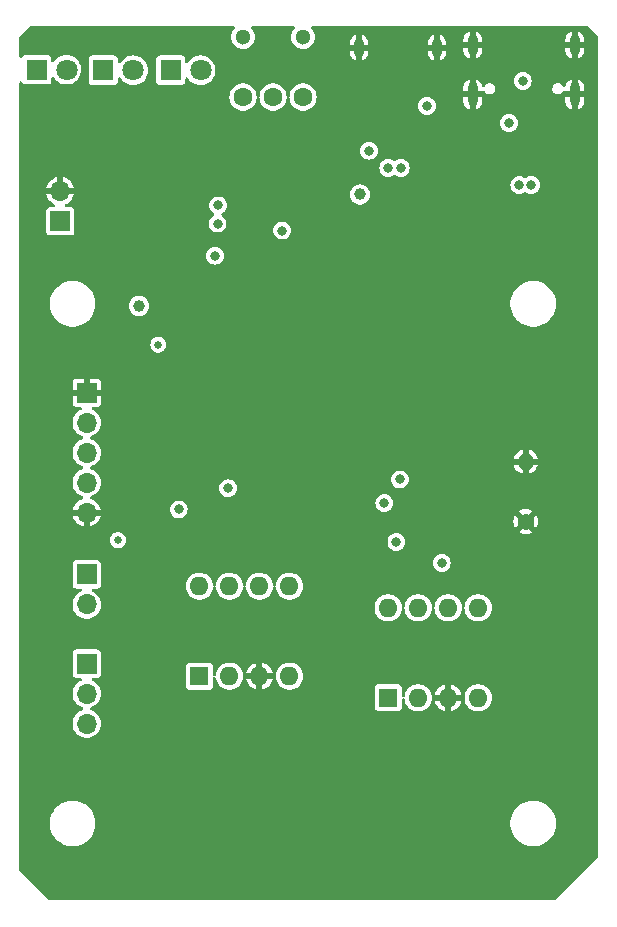
<source format=gbr>
%TF.GenerationSoftware,KiCad,Pcbnew,8.0.3*%
%TF.CreationDate,2024-07-14T14:59:13-06:00*%
%TF.ProjectId,PowerSupplyBoard,506f7765-7253-4757-9070-6c79426f6172,rev?*%
%TF.SameCoordinates,Original*%
%TF.FileFunction,Copper,L2,Inr*%
%TF.FilePolarity,Positive*%
%FSLAX46Y46*%
G04 Gerber Fmt 4.6, Leading zero omitted, Abs format (unit mm)*
G04 Created by KiCad (PCBNEW 8.0.3) date 2024-07-14 14:59:13*
%MOMM*%
%LPD*%
G01*
G04 APERTURE LIST*
%TA.AperFunction,ComponentPad*%
%ADD10O,0.900000X2.000000*%
%TD*%
%TA.AperFunction,ComponentPad*%
%ADD11O,0.900000X1.700000*%
%TD*%
%TA.AperFunction,ComponentPad*%
%ADD12R,1.600000X1.600000*%
%TD*%
%TA.AperFunction,ComponentPad*%
%ADD13O,1.600000X1.600000*%
%TD*%
%TA.AperFunction,ComponentPad*%
%ADD14O,1.700000X1.700000*%
%TD*%
%TA.AperFunction,ComponentPad*%
%ADD15R,1.700000X1.700000*%
%TD*%
%TA.AperFunction,ComponentPad*%
%ADD16R,1.800000X1.800000*%
%TD*%
%TA.AperFunction,ComponentPad*%
%ADD17C,1.800000*%
%TD*%
%TA.AperFunction,ComponentPad*%
%ADD18C,1.400000*%
%TD*%
%TA.AperFunction,ComponentPad*%
%ADD19O,1.400000X1.400000*%
%TD*%
%TA.AperFunction,ComponentPad*%
%ADD20O,0.900000X1.600000*%
%TD*%
%TA.AperFunction,ComponentPad*%
%ADD21C,1.300000*%
%TD*%
%TA.AperFunction,ComponentPad*%
%ADD22C,1.600000*%
%TD*%
%TA.AperFunction,ViaPad*%
%ADD23C,1.000000*%
%TD*%
%TA.AperFunction,ViaPad*%
%ADD24C,0.800000*%
%TD*%
%TA.AperFunction,ViaPad*%
%ADD25C,0.650000*%
%TD*%
G04 APERTURE END LIST*
D10*
%TO.N,GND*%
%TO.C,J103*%
X47520000Y-6280001D03*
D11*
X47520000Y-2110001D03*
D10*
X38880000Y-6280001D03*
D11*
X38880000Y-2110001D03*
%TD*%
D12*
%TO.N,Net-(JP102-A)*%
%TO.C,U103*%
X15740000Y-55540000D03*
D13*
%TO.N,Net-(U103-CAP+)*%
X18280000Y-55540000D03*
%TO.N,GND*%
X20819999Y-55540000D03*
%TO.N,Net-(U103-CAP-)*%
X23360000Y-55540000D03*
%TO.N,-12VA*%
X23360000Y-47920000D03*
%TO.N,unconnected-(U103-LV-Pad6)*%
X20820000Y-47920000D03*
%TO.N,unconnected-(U103-OSC-Pad7)*%
X18280000Y-47920000D03*
%TO.N,+12V*%
X15740000Y-47920000D03*
%TD*%
D14*
%TO.N,BATT_REF*%
%TO.C,J105*%
X6200000Y-59555000D03*
%TO.N,USBC_D+*%
X6200000Y-57015000D03*
D15*
%TO.N,USBC_D-*%
X6200000Y-54475000D03*
%TD*%
%TO.N,VBATT*%
%TO.C,J101*%
X3950000Y-17000000D03*
D14*
%TO.N,GND*%
X3950000Y-14460000D03*
%TD*%
D16*
%TO.N,Net-(D102-K)*%
%TO.C,D102*%
X7600000Y-4225000D03*
D17*
%TO.N,Net-(D102-A)*%
X10140000Y-4225000D03*
%TD*%
D18*
%TO.N,GND*%
%TO.C,R115*%
X43375000Y-42454999D03*
D19*
X43375000Y-37375000D03*
%TD*%
D16*
%TO.N,Net-(D101-K)*%
%TO.C,D101*%
X1950000Y-4175000D03*
D17*
%TO.N,Net-(D101-A)*%
X4490000Y-4175000D03*
%TD*%
D15*
%TO.N,GND*%
%TO.C,J104*%
X6200000Y-31535000D03*
D14*
%TO.N,+3.3V*%
X6200000Y-34075000D03*
%TO.N,+12V*%
X6200000Y-36615000D03*
%TO.N,-12V*%
X6200000Y-39155000D03*
%TO.N,GND*%
X6200000Y-41695000D03*
%TD*%
D20*
%TO.N,GND*%
%TO.C,J106*%
X35849999Y-2325000D03*
X29250001Y-2325000D03*
%TD*%
D12*
%TO.N,Net-(JP103-A)*%
%TO.C,U104*%
X31722500Y-57350000D03*
D13*
%TO.N,Net-(U104-CAP+)*%
X34262500Y-57350000D03*
%TO.N,GND*%
X36802499Y-57350000D03*
%TO.N,Net-(U104-CAP-)*%
X39342500Y-57350000D03*
%TO.N,-12VA*%
X39342500Y-49730000D03*
%TO.N,unconnected-(U104-LV-Pad6)*%
X36802500Y-49730000D03*
%TO.N,unconnected-(U104-OSC-Pad7)*%
X34262500Y-49730000D03*
%TO.N,+12V*%
X31722500Y-49730000D03*
%TD*%
D16*
%TO.N,Net-(D105-K)*%
%TO.C,D105*%
X13300000Y-4225000D03*
D17*
%TO.N,Net-(D105-A)*%
X15840000Y-4225000D03*
%TD*%
D21*
%TO.N,*%
%TO.C,SW101*%
X24514201Y-1422101D03*
X19434201Y-1422100D03*
D22*
%TO.N,V_PWR*%
X24514201Y-6502100D03*
%TO.N,VCC*%
X21974201Y-6502100D03*
%TO.N,unconnected-(SW101-C-Pad3)*%
X19434202Y-6502100D03*
%TD*%
D15*
%TO.N,USBM_D+*%
%TO.C,J102*%
X6200000Y-46915000D03*
D14*
%TO.N,USBM_D-*%
X6200000Y-49455000D03*
%TD*%
D23*
%TO.N,VBATT*%
X29350000Y-14750000D03*
D24*
%TO.N,USBM_D+*%
X31725000Y-12500000D03*
%TO.N,USBM_D-*%
X32775000Y-12500000D03*
%TO.N,GND*%
X36975000Y-10625000D03*
%TO.N,Net-(D108-A)*%
X30100000Y-11050000D03*
%TO.N,GND*%
X47950000Y-70119999D03*
X47950000Y-67119999D03*
X47950000Y-64119999D03*
X47950000Y-61119999D03*
X47950000Y-58119999D03*
X47950000Y-55119999D03*
X47950000Y-52119999D03*
X47950000Y-49119999D03*
X47950000Y-46119999D03*
X47950000Y-43119999D03*
X47950000Y-40119999D03*
X47950000Y-37119999D03*
X47950000Y-34119999D03*
X47950000Y-31119999D03*
X47950000Y-28119999D03*
X47950000Y-25119999D03*
X47950000Y-22119999D03*
X47950000Y-19119999D03*
X47950000Y-16119999D03*
X47950000Y-13119999D03*
X47950000Y-10119999D03*
X47950000Y-4119999D03*
X44950000Y-73119999D03*
X44950000Y-64119999D03*
X44950000Y-61119999D03*
X44950000Y-58119999D03*
X44950000Y-55119999D03*
X44950000Y-52119999D03*
X44950000Y-49119999D03*
X44950000Y-46119999D03*
X44950000Y-43119999D03*
X44950000Y-40119999D03*
X44950000Y-37119999D03*
X44950000Y-34119999D03*
X44950000Y-31119999D03*
X44950000Y-28119999D03*
X44950000Y-1119999D03*
X41950000Y-73119999D03*
X41950000Y-70119999D03*
X41950000Y-64119999D03*
X41950000Y-49119999D03*
X41950000Y-46119999D03*
X41950000Y-40119999D03*
X41950000Y-34119999D03*
X41950000Y-1119999D03*
X38950000Y-73119999D03*
X38950000Y-70119999D03*
X38950000Y-67119999D03*
X38950000Y-64119999D03*
X38950000Y-55119999D03*
X38950000Y-52119999D03*
X38950000Y-43119999D03*
X38950000Y-40119999D03*
X35950000Y-73119999D03*
X35950000Y-70119999D03*
X35950000Y-67119999D03*
X35950000Y-64119999D03*
X35950000Y-55119999D03*
X35950000Y-52119999D03*
X35950000Y-25119999D03*
X32950000Y-73119999D03*
X32950000Y-70119999D03*
X32950000Y-67119999D03*
X32950000Y-64119999D03*
X32950000Y-55119999D03*
X32950000Y-52119999D03*
X29950000Y-73119999D03*
X29950000Y-64119999D03*
X29950000Y-61119999D03*
X29950000Y-58119999D03*
X26950000Y-73119999D03*
X26950000Y-58119999D03*
X26950000Y-46119999D03*
X26950000Y-40119999D03*
X26950000Y-1119999D03*
X23950000Y-73119999D03*
X23950000Y-43119999D03*
X20950000Y-52119999D03*
X20950000Y-1119999D03*
X17950000Y-52119999D03*
X17950000Y-1119999D03*
X14950000Y-52119999D03*
X14950000Y-1119999D03*
X11950000Y-73119999D03*
X11950000Y-64119999D03*
X11950000Y-55119999D03*
X11950000Y-46119999D03*
X11950000Y-43119999D03*
X11950000Y-37119999D03*
X11950000Y-34119999D03*
X11950000Y-7119999D03*
X11950000Y-1119999D03*
X8950000Y-73119999D03*
X8950000Y-70119999D03*
X8950000Y-31119999D03*
X8950000Y-28119999D03*
X8950000Y-22119999D03*
X8950000Y-1119999D03*
X5950000Y-73119999D03*
X5950000Y-64119999D03*
X5950000Y-52119999D03*
X5950000Y-28119999D03*
X5950000Y-13119999D03*
X5950000Y-1119999D03*
X2950000Y-73119999D03*
X2950000Y-70119999D03*
X2950000Y-64119999D03*
X2950000Y-61119999D03*
X2950000Y-58119999D03*
X2950000Y-55119999D03*
X2950000Y-52119999D03*
X2950000Y-49119999D03*
X2950000Y-46119999D03*
X2950000Y-43119999D03*
X2950000Y-40119999D03*
X2950000Y-37119999D03*
X2950000Y-34119999D03*
X2950000Y-31119999D03*
X2950000Y-28119999D03*
X2950000Y-19119999D03*
X2950000Y-10119999D03*
X2950000Y-7119999D03*
X2950000Y-1119999D03*
D25*
%TO.N,BATT_REF*%
X8820000Y-44010000D03*
D24*
%TO.N,Net-(D108-A)*%
X34996250Y-7243750D03*
%TO.N,Net-(Q104B-B2)*%
X13980000Y-41420000D03*
X18170000Y-39630000D03*
%TO.N,GND*%
X6370000Y-15040000D03*
X6410000Y-17790000D03*
%TO.N,Net-(U105-Vc)*%
X31400000Y-40880000D03*
%TO.N,GND*%
X37600000Y-46790000D03*
%TO.N,Net-(C110-Pad2)*%
X32420000Y-44170000D03*
X36260000Y-45940000D03*
%TO.N,GND*%
X33810000Y-46830000D03*
X24030000Y-45850000D03*
X17060000Y-59060000D03*
X30050000Y-68970000D03*
X37650000Y-32810000D03*
X34570000Y-38140000D03*
%TO.N,Net-(U105-Vc)*%
X32710000Y-38880000D03*
%TO.N,GND*%
X24710000Y-35600000D03*
X24900000Y-31180000D03*
X23170000Y-28520000D03*
X19550000Y-28900000D03*
X17760000Y-33270000D03*
X12940000Y-29850000D03*
X15800000Y-15230000D03*
X16170000Y-10290000D03*
X13350000Y-15540000D03*
%TO.N,Net-(D102-K)*%
X17270000Y-17210000D03*
%TO.N,Net-(D101-K)*%
X17320000Y-15680000D03*
%TO.N,GND*%
X23560000Y-14670000D03*
X20720000Y-15060000D03*
%TO.N,Net-(D105-A)*%
X22740000Y-17800000D03*
%TO.N,GND*%
X21610000Y-18540000D03*
%TO.N,Net-(D105-K)*%
X17060000Y-19930000D03*
%TO.N,GND*%
X16830000Y-22670000D03*
X16840000Y-21290000D03*
X21490000Y-22500000D03*
X21540000Y-21440000D03*
X23480000Y-25740000D03*
D23*
%TO.N,VBATT*%
X10628750Y-24188750D03*
D25*
%TO.N,BATT_REF*%
X12260000Y-27460000D03*
D24*
%TO.N,GND*%
X14080000Y-27300000D03*
X18020000Y-26780000D03*
X32110000Y-18360000D03*
X39870000Y-13880000D03*
%TO.N,USBC_D+*%
X43831373Y-13948630D03*
%TO.N,USBC_D-*%
X42831429Y-13959468D03*
%TO.N,GND*%
X45370000Y-12090000D03*
%TO.N,USBC_D+*%
X41950000Y-8710000D03*
%TO.N,USBC_D-*%
X43110000Y-5130000D03*
%TD*%
%TA.AperFunction,Conductor*%
%TO.N,GND*%
G36*
X18701711Y-520185D02*
G01*
X18747466Y-572989D01*
X18757410Y-642147D01*
X18728385Y-705703D01*
X18723813Y-710612D01*
X18598291Y-863560D01*
X18598287Y-863567D01*
X18505389Y-1037366D01*
X18448176Y-1225970D01*
X18428860Y-1422100D01*
X18448176Y-1618229D01*
X18448177Y-1618232D01*
X18485617Y-1741656D01*
X18505389Y-1806833D01*
X18598287Y-1980632D01*
X18598291Y-1980639D01*
X18723317Y-2132983D01*
X18875661Y-2258009D01*
X18875668Y-2258013D01*
X19049467Y-2350911D01*
X19049470Y-2350911D01*
X19049474Y-2350914D01*
X19238069Y-2408124D01*
X19434201Y-2427441D01*
X19630333Y-2408124D01*
X19818928Y-2350914D01*
X19992739Y-2258010D01*
X20145084Y-2132983D01*
X20270111Y-1980638D01*
X20363015Y-1806827D01*
X20420225Y-1618232D01*
X20439542Y-1422100D01*
X20420225Y-1225968D01*
X20363015Y-1037373D01*
X20363012Y-1037367D01*
X20363012Y-1037366D01*
X20270114Y-863567D01*
X20270110Y-863560D01*
X20141220Y-706508D01*
X20142415Y-705526D01*
X20112564Y-650858D01*
X20117548Y-581166D01*
X20159420Y-525233D01*
X20224884Y-500816D01*
X20233730Y-500500D01*
X23714673Y-500500D01*
X23781712Y-520185D01*
X23827467Y-572989D01*
X23837411Y-642147D01*
X23808386Y-705703D01*
X23803812Y-710614D01*
X23678291Y-863561D01*
X23678287Y-863568D01*
X23585389Y-1037367D01*
X23528176Y-1225971D01*
X23508860Y-1422101D01*
X23528176Y-1618230D01*
X23585389Y-1806834D01*
X23678287Y-1980633D01*
X23678291Y-1980640D01*
X23803317Y-2132984D01*
X23955661Y-2258010D01*
X23955668Y-2258014D01*
X24129467Y-2350912D01*
X24129470Y-2350912D01*
X24129474Y-2350915D01*
X24318069Y-2408125D01*
X24514201Y-2427442D01*
X24710333Y-2408125D01*
X24898928Y-2350915D01*
X24898936Y-2350911D01*
X25072733Y-2258014D01*
X25072735Y-2258013D01*
X25072739Y-2258011D01*
X25225084Y-2132984D01*
X25350111Y-1980639D01*
X25395243Y-1896202D01*
X28450001Y-1896202D01*
X28450001Y-2075000D01*
X29000001Y-2075000D01*
X29000001Y-2575000D01*
X28450001Y-2575000D01*
X28450001Y-2753797D01*
X28480742Y-2908343D01*
X28480744Y-2908351D01*
X28541048Y-3053939D01*
X28541053Y-3053948D01*
X28628599Y-3184969D01*
X28628602Y-3184973D01*
X28740027Y-3296398D01*
X28740035Y-3296404D01*
X28871048Y-3383944D01*
X28871066Y-3383954D01*
X29000000Y-3437360D01*
X29000001Y-3437360D01*
X29000001Y-2724728D01*
X29038061Y-2816614D01*
X29108387Y-2886940D01*
X29200273Y-2925000D01*
X29299729Y-2925000D01*
X29391615Y-2886940D01*
X29461941Y-2816614D01*
X29500001Y-2724728D01*
X29500001Y-3437360D01*
X29628935Y-3383954D01*
X29628953Y-3383944D01*
X29759966Y-3296404D01*
X29759974Y-3296398D01*
X29871399Y-3184973D01*
X29871402Y-3184969D01*
X29958948Y-3053948D01*
X29958953Y-3053939D01*
X30019257Y-2908351D01*
X30019259Y-2908343D01*
X30050000Y-2753797D01*
X30050001Y-2753794D01*
X30050001Y-2575000D01*
X29500001Y-2575000D01*
X29500001Y-2075000D01*
X30050001Y-2075000D01*
X30050001Y-1896206D01*
X30050000Y-1896202D01*
X35049999Y-1896202D01*
X35049999Y-2075000D01*
X35599999Y-2075000D01*
X35599999Y-2575000D01*
X35049999Y-2575000D01*
X35049999Y-2753797D01*
X35080740Y-2908343D01*
X35080742Y-2908351D01*
X35141046Y-3053939D01*
X35141051Y-3053948D01*
X35228597Y-3184969D01*
X35228600Y-3184973D01*
X35340025Y-3296398D01*
X35340033Y-3296404D01*
X35471046Y-3383944D01*
X35471064Y-3383954D01*
X35599998Y-3437360D01*
X35599999Y-3437360D01*
X35599999Y-2724728D01*
X35638059Y-2816614D01*
X35708385Y-2886940D01*
X35800271Y-2925000D01*
X35899727Y-2925000D01*
X35991613Y-2886940D01*
X36061939Y-2816614D01*
X36099999Y-2724728D01*
X36099999Y-3437360D01*
X36228933Y-3383954D01*
X36228951Y-3383944D01*
X36359964Y-3296404D01*
X36359972Y-3296398D01*
X36471397Y-3184973D01*
X36471400Y-3184969D01*
X36558946Y-3053948D01*
X36558951Y-3053939D01*
X36619255Y-2908351D01*
X36619257Y-2908343D01*
X36649998Y-2753797D01*
X36649999Y-2753794D01*
X36649999Y-2575000D01*
X36099999Y-2575000D01*
X36099999Y-2075000D01*
X36649999Y-2075000D01*
X36649999Y-1896206D01*
X36649998Y-1896202D01*
X36619257Y-1741656D01*
X36619255Y-1741648D01*
X36573508Y-1631203D01*
X38080000Y-1631203D01*
X38080000Y-1860001D01*
X38580000Y-1860001D01*
X38580000Y-2360001D01*
X38080000Y-2360001D01*
X38080000Y-2588798D01*
X38110741Y-2743344D01*
X38110743Y-2743352D01*
X38171047Y-2888940D01*
X38171052Y-2888949D01*
X38258598Y-3019970D01*
X38258601Y-3019974D01*
X38370026Y-3131399D01*
X38370034Y-3131405D01*
X38501047Y-3218945D01*
X38501065Y-3218955D01*
X38629999Y-3272361D01*
X38630000Y-3272361D01*
X38630000Y-2676989D01*
X38639940Y-2694206D01*
X38695795Y-2750061D01*
X38764204Y-2789557D01*
X38840504Y-2810001D01*
X38919496Y-2810001D01*
X38995796Y-2789557D01*
X39064205Y-2750061D01*
X39120060Y-2694206D01*
X39130000Y-2676989D01*
X39130000Y-3272361D01*
X39258934Y-3218955D01*
X39258952Y-3218945D01*
X39389965Y-3131405D01*
X39389973Y-3131399D01*
X39501398Y-3019974D01*
X39501401Y-3019970D01*
X39588947Y-2888949D01*
X39588952Y-2888940D01*
X39649256Y-2743352D01*
X39649258Y-2743344D01*
X39679999Y-2588798D01*
X39680000Y-2588795D01*
X39680000Y-2360001D01*
X39180000Y-2360001D01*
X39180000Y-1860001D01*
X39680000Y-1860001D01*
X39680000Y-1631207D01*
X39679999Y-1631203D01*
X46720000Y-1631203D01*
X46720000Y-1860001D01*
X47220000Y-1860001D01*
X47220000Y-2360001D01*
X46720000Y-2360001D01*
X46720000Y-2588798D01*
X46750741Y-2743344D01*
X46750743Y-2743352D01*
X46811047Y-2888940D01*
X46811052Y-2888949D01*
X46898598Y-3019970D01*
X46898601Y-3019974D01*
X47010026Y-3131399D01*
X47010034Y-3131405D01*
X47141047Y-3218945D01*
X47141065Y-3218955D01*
X47269999Y-3272361D01*
X47270000Y-3272361D01*
X47270000Y-2676989D01*
X47279940Y-2694206D01*
X47335795Y-2750061D01*
X47404204Y-2789557D01*
X47480504Y-2810001D01*
X47559496Y-2810001D01*
X47635796Y-2789557D01*
X47704205Y-2750061D01*
X47760060Y-2694206D01*
X47770000Y-2676989D01*
X47770000Y-3272361D01*
X47898934Y-3218955D01*
X47898952Y-3218945D01*
X48029965Y-3131405D01*
X48029973Y-3131399D01*
X48141398Y-3019974D01*
X48141401Y-3019970D01*
X48228947Y-2888949D01*
X48228952Y-2888940D01*
X48289256Y-2743352D01*
X48289258Y-2743344D01*
X48319999Y-2588798D01*
X48320000Y-2588795D01*
X48320000Y-2360001D01*
X47820000Y-2360001D01*
X47820000Y-1860001D01*
X48320000Y-1860001D01*
X48320000Y-1631207D01*
X48319999Y-1631203D01*
X48289258Y-1476657D01*
X48289256Y-1476649D01*
X48228952Y-1331061D01*
X48228947Y-1331052D01*
X48141401Y-1200031D01*
X48141398Y-1200027D01*
X48029973Y-1088602D01*
X48029969Y-1088599D01*
X47898948Y-1001053D01*
X47898938Y-1001048D01*
X47770000Y-947640D01*
X47770000Y-1543012D01*
X47760060Y-1525796D01*
X47704205Y-1469941D01*
X47635796Y-1430445D01*
X47559496Y-1410001D01*
X47480504Y-1410001D01*
X47404204Y-1430445D01*
X47335795Y-1469941D01*
X47279940Y-1525796D01*
X47270000Y-1543012D01*
X47270000Y-947640D01*
X47269999Y-947640D01*
X47141061Y-1001048D01*
X47141051Y-1001053D01*
X47010030Y-1088599D01*
X47010026Y-1088602D01*
X46898601Y-1200027D01*
X46898598Y-1200031D01*
X46811052Y-1331052D01*
X46811047Y-1331061D01*
X46750743Y-1476649D01*
X46750741Y-1476657D01*
X46720000Y-1631203D01*
X39679999Y-1631203D01*
X39649258Y-1476657D01*
X39649256Y-1476649D01*
X39588952Y-1331061D01*
X39588947Y-1331052D01*
X39501401Y-1200031D01*
X39501398Y-1200027D01*
X39389973Y-1088602D01*
X39389969Y-1088599D01*
X39258948Y-1001053D01*
X39258938Y-1001048D01*
X39130000Y-947640D01*
X39130000Y-1543012D01*
X39120060Y-1525796D01*
X39064205Y-1469941D01*
X38995796Y-1430445D01*
X38919496Y-1410001D01*
X38840504Y-1410001D01*
X38764204Y-1430445D01*
X38695795Y-1469941D01*
X38639940Y-1525796D01*
X38630000Y-1543012D01*
X38630000Y-947640D01*
X38629999Y-947640D01*
X38501061Y-1001048D01*
X38501051Y-1001053D01*
X38370030Y-1088599D01*
X38370026Y-1088602D01*
X38258601Y-1200027D01*
X38258598Y-1200031D01*
X38171052Y-1331052D01*
X38171047Y-1331061D01*
X38110743Y-1476649D01*
X38110741Y-1476657D01*
X38080000Y-1631203D01*
X36573508Y-1631203D01*
X36558951Y-1596060D01*
X36558946Y-1596051D01*
X36471400Y-1465030D01*
X36471397Y-1465026D01*
X36359972Y-1353601D01*
X36359968Y-1353598D01*
X36228947Y-1266052D01*
X36228937Y-1266047D01*
X36099999Y-1212639D01*
X36099999Y-1925272D01*
X36061939Y-1833386D01*
X35991613Y-1763060D01*
X35899727Y-1725000D01*
X35800271Y-1725000D01*
X35708385Y-1763060D01*
X35638059Y-1833386D01*
X35599999Y-1925272D01*
X35599999Y-1212639D01*
X35599998Y-1212639D01*
X35471060Y-1266047D01*
X35471050Y-1266052D01*
X35340029Y-1353598D01*
X35340025Y-1353601D01*
X35228600Y-1465026D01*
X35228597Y-1465030D01*
X35141051Y-1596051D01*
X35141046Y-1596060D01*
X35080742Y-1741648D01*
X35080740Y-1741656D01*
X35049999Y-1896202D01*
X30050000Y-1896202D01*
X30019259Y-1741656D01*
X30019257Y-1741648D01*
X29958953Y-1596060D01*
X29958948Y-1596051D01*
X29871402Y-1465030D01*
X29871399Y-1465026D01*
X29759974Y-1353601D01*
X29759970Y-1353598D01*
X29628949Y-1266052D01*
X29628939Y-1266047D01*
X29500001Y-1212639D01*
X29500001Y-1925272D01*
X29461941Y-1833386D01*
X29391615Y-1763060D01*
X29299729Y-1725000D01*
X29200273Y-1725000D01*
X29108387Y-1763060D01*
X29038061Y-1833386D01*
X29000001Y-1925272D01*
X29000001Y-1212639D01*
X29000000Y-1212639D01*
X28871062Y-1266047D01*
X28871052Y-1266052D01*
X28740031Y-1353598D01*
X28740027Y-1353601D01*
X28628602Y-1465026D01*
X28628599Y-1465030D01*
X28541053Y-1596051D01*
X28541048Y-1596060D01*
X28480744Y-1741648D01*
X28480742Y-1741656D01*
X28450001Y-1896202D01*
X25395243Y-1896202D01*
X25414593Y-1860001D01*
X25443012Y-1806834D01*
X25443012Y-1806833D01*
X25443015Y-1806828D01*
X25500225Y-1618233D01*
X25519542Y-1422101D01*
X25500225Y-1225969D01*
X25443015Y-1037374D01*
X25443012Y-1037370D01*
X25443012Y-1037367D01*
X25350114Y-863568D01*
X25350110Y-863561D01*
X25221220Y-706509D01*
X25222415Y-705528D01*
X25192563Y-650858D01*
X25197547Y-581166D01*
X25239419Y-525233D01*
X25304883Y-500816D01*
X25313729Y-500500D01*
X48591324Y-500500D01*
X48658363Y-520185D01*
X48679005Y-536819D01*
X49463181Y-1320995D01*
X49496666Y-1382318D01*
X49499500Y-1408676D01*
X49499500Y-70766324D01*
X49479815Y-70833363D01*
X49463181Y-70854005D01*
X45854005Y-74463181D01*
X45792682Y-74496666D01*
X45766324Y-74499500D01*
X3058676Y-74499500D01*
X2991637Y-74479815D01*
X2970995Y-74463181D01*
X536819Y-72029005D01*
X503334Y-71967682D01*
X500500Y-71941324D01*
X500500Y-67873619D01*
X3071700Y-67873619D01*
X3071700Y-68126380D01*
X3071701Y-68126396D01*
X3104693Y-68376998D01*
X3170116Y-68621160D01*
X3266848Y-68854691D01*
X3266853Y-68854702D01*
X3342847Y-68986325D01*
X3393237Y-69073604D01*
X3393239Y-69073607D01*
X3393240Y-69073608D01*
X3547115Y-69274142D01*
X3547121Y-69274149D01*
X3725850Y-69452878D01*
X3725856Y-69452883D01*
X3926396Y-69606763D01*
X4067090Y-69687992D01*
X4145297Y-69733146D01*
X4145302Y-69733148D01*
X4145305Y-69733150D01*
X4378838Y-69829883D01*
X4623000Y-69895306D01*
X4873613Y-69928300D01*
X4873620Y-69928300D01*
X5126380Y-69928300D01*
X5126387Y-69928300D01*
X5377000Y-69895306D01*
X5621162Y-69829883D01*
X5854695Y-69733150D01*
X6073604Y-69606763D01*
X6274144Y-69452883D01*
X6452883Y-69274144D01*
X6606763Y-69073604D01*
X6733150Y-68854695D01*
X6829883Y-68621162D01*
X6895306Y-68377000D01*
X6928300Y-68126387D01*
X6928300Y-67873619D01*
X42071700Y-67873619D01*
X42071700Y-68126380D01*
X42071701Y-68126396D01*
X42104693Y-68376998D01*
X42170116Y-68621160D01*
X42266848Y-68854691D01*
X42266853Y-68854702D01*
X42342847Y-68986325D01*
X42393237Y-69073604D01*
X42393239Y-69073607D01*
X42393240Y-69073608D01*
X42547115Y-69274142D01*
X42547121Y-69274149D01*
X42725850Y-69452878D01*
X42725856Y-69452883D01*
X42926396Y-69606763D01*
X43067090Y-69687992D01*
X43145297Y-69733146D01*
X43145302Y-69733148D01*
X43145305Y-69733150D01*
X43378838Y-69829883D01*
X43623000Y-69895306D01*
X43873613Y-69928300D01*
X43873620Y-69928300D01*
X44126380Y-69928300D01*
X44126387Y-69928300D01*
X44377000Y-69895306D01*
X44621162Y-69829883D01*
X44854695Y-69733150D01*
X45073604Y-69606763D01*
X45274144Y-69452883D01*
X45452883Y-69274144D01*
X45606763Y-69073604D01*
X45733150Y-68854695D01*
X45829883Y-68621162D01*
X45895306Y-68377000D01*
X45928300Y-68126387D01*
X45928300Y-67873613D01*
X45895306Y-67623000D01*
X45829883Y-67378838D01*
X45733150Y-67145305D01*
X45733148Y-67145302D01*
X45733146Y-67145297D01*
X45687992Y-67067090D01*
X45606763Y-66926396D01*
X45452883Y-66725856D01*
X45452878Y-66725850D01*
X45274149Y-66547121D01*
X45274142Y-66547115D01*
X45073608Y-66393240D01*
X45073607Y-66393239D01*
X45073604Y-66393237D01*
X44986325Y-66342847D01*
X44854702Y-66266853D01*
X44854691Y-66266848D01*
X44621160Y-66170116D01*
X44376998Y-66104693D01*
X44126396Y-66071701D01*
X44126393Y-66071700D01*
X44126387Y-66071700D01*
X43873613Y-66071700D01*
X43873607Y-66071700D01*
X43873603Y-66071701D01*
X43623001Y-66104693D01*
X43378839Y-66170116D01*
X43145308Y-66266848D01*
X43145297Y-66266853D01*
X42926391Y-66393240D01*
X42725857Y-66547115D01*
X42725850Y-66547121D01*
X42547121Y-66725850D01*
X42547115Y-66725857D01*
X42393240Y-66926391D01*
X42266853Y-67145297D01*
X42266848Y-67145308D01*
X42170116Y-67378839D01*
X42104693Y-67623001D01*
X42071701Y-67873603D01*
X42071700Y-67873619D01*
X6928300Y-67873619D01*
X6928300Y-67873613D01*
X6895306Y-67623000D01*
X6829883Y-67378838D01*
X6733150Y-67145305D01*
X6733148Y-67145302D01*
X6733146Y-67145297D01*
X6687992Y-67067090D01*
X6606763Y-66926396D01*
X6452883Y-66725856D01*
X6452878Y-66725850D01*
X6274149Y-66547121D01*
X6274142Y-66547115D01*
X6073608Y-66393240D01*
X6073607Y-66393239D01*
X6073604Y-66393237D01*
X5986325Y-66342847D01*
X5854702Y-66266853D01*
X5854691Y-66266848D01*
X5621160Y-66170116D01*
X5376998Y-66104693D01*
X5126396Y-66071701D01*
X5126393Y-66071700D01*
X5126387Y-66071700D01*
X4873613Y-66071700D01*
X4873607Y-66071700D01*
X4873603Y-66071701D01*
X4623001Y-66104693D01*
X4378839Y-66170116D01*
X4145308Y-66266848D01*
X4145297Y-66266853D01*
X3926391Y-66393240D01*
X3725857Y-66547115D01*
X3725850Y-66547121D01*
X3547121Y-66725850D01*
X3547115Y-66725857D01*
X3393240Y-66926391D01*
X3266853Y-67145297D01*
X3266848Y-67145308D01*
X3170116Y-67378839D01*
X3104693Y-67623001D01*
X3071701Y-67873603D01*
X3071700Y-67873619D01*
X500500Y-67873619D01*
X500500Y-57014999D01*
X4994357Y-57014999D01*
X4994357Y-57015000D01*
X5014884Y-57236535D01*
X5014885Y-57236537D01*
X5075769Y-57450523D01*
X5075775Y-57450538D01*
X5174938Y-57649683D01*
X5174943Y-57649691D01*
X5309020Y-57827238D01*
X5473437Y-57977123D01*
X5473439Y-57977125D01*
X5662595Y-58094245D01*
X5662596Y-58094245D01*
X5662599Y-58094247D01*
X5856524Y-58169374D01*
X5911924Y-58211946D01*
X5935515Y-58277713D01*
X5919804Y-58345793D01*
X5869780Y-58394572D01*
X5856533Y-58400622D01*
X5708488Y-58457975D01*
X5662601Y-58475752D01*
X5662595Y-58475754D01*
X5473439Y-58592874D01*
X5473437Y-58592876D01*
X5309020Y-58742761D01*
X5174943Y-58920308D01*
X5174938Y-58920316D01*
X5075775Y-59119461D01*
X5075769Y-59119476D01*
X5014885Y-59333462D01*
X5014884Y-59333464D01*
X4994357Y-59554999D01*
X4994357Y-59555000D01*
X5014884Y-59776535D01*
X5014885Y-59776537D01*
X5075769Y-59990523D01*
X5075775Y-59990538D01*
X5174938Y-60189683D01*
X5174943Y-60189691D01*
X5309020Y-60367238D01*
X5473437Y-60517123D01*
X5473439Y-60517125D01*
X5662595Y-60634245D01*
X5662596Y-60634245D01*
X5662599Y-60634247D01*
X5870060Y-60714618D01*
X6088757Y-60755500D01*
X6088759Y-60755500D01*
X6311241Y-60755500D01*
X6311243Y-60755500D01*
X6529940Y-60714618D01*
X6737401Y-60634247D01*
X6926562Y-60517124D01*
X7090981Y-60367236D01*
X7225058Y-60189689D01*
X7324229Y-59990528D01*
X7385115Y-59776536D01*
X7405643Y-59555000D01*
X7385115Y-59333464D01*
X7324229Y-59119472D01*
X7324224Y-59119461D01*
X7225061Y-58920316D01*
X7225056Y-58920308D01*
X7090979Y-58742761D01*
X6926562Y-58592876D01*
X6926560Y-58592874D01*
X6737404Y-58475754D01*
X6737395Y-58475750D01*
X6643037Y-58439196D01*
X6543475Y-58400625D01*
X6488075Y-58358054D01*
X6464484Y-58292288D01*
X6480195Y-58224207D01*
X6530219Y-58175428D01*
X6543466Y-58169377D01*
X6737401Y-58094247D01*
X6926562Y-57977124D01*
X7090981Y-57827236D01*
X7225058Y-57649689D01*
X7324229Y-57450528D01*
X7385115Y-57236536D01*
X7405643Y-57015000D01*
X7385115Y-56793464D01*
X7324229Y-56579472D01*
X7321653Y-56574298D01*
X7225061Y-56380316D01*
X7225056Y-56380308D01*
X7090979Y-56202761D01*
X6926562Y-56052876D01*
X6926560Y-56052874D01*
X6737404Y-55935754D01*
X6737398Y-55935751D01*
X6684159Y-55915127D01*
X6628758Y-55872554D01*
X6605167Y-55806787D01*
X6620878Y-55738707D01*
X6670902Y-55689928D01*
X6728953Y-55675500D01*
X7083261Y-55675500D01*
X7105971Y-55672191D01*
X7151393Y-55665573D01*
X7256483Y-55614198D01*
X7339198Y-55531483D01*
X7390573Y-55426393D01*
X7400500Y-55358260D01*
X7400500Y-54706739D01*
X14589500Y-54706739D01*
X14589500Y-56373260D01*
X14599426Y-56441391D01*
X14650803Y-56546485D01*
X14733514Y-56629196D01*
X14733515Y-56629196D01*
X14733517Y-56629198D01*
X14838607Y-56680573D01*
X14872673Y-56685536D01*
X14906739Y-56690500D01*
X14906740Y-56690500D01*
X16573261Y-56690500D01*
X16595971Y-56687191D01*
X16641393Y-56680573D01*
X16746483Y-56629198D01*
X16829198Y-56546483D01*
X16880573Y-56441393D01*
X16890500Y-56373260D01*
X16890500Y-55696053D01*
X16910185Y-55629014D01*
X16962989Y-55583259D01*
X17032147Y-55573315D01*
X17095703Y-55602340D01*
X17133477Y-55661118D01*
X17137971Y-55684612D01*
X17144244Y-55752310D01*
X17202596Y-55957392D01*
X17202596Y-55957394D01*
X17297632Y-56148253D01*
X17424085Y-56315702D01*
X17426128Y-56318407D01*
X17583698Y-56462052D01*
X17764981Y-56574298D01*
X17963802Y-56651321D01*
X18173390Y-56690500D01*
X18173392Y-56690500D01*
X18386608Y-56690500D01*
X18386610Y-56690500D01*
X18596198Y-56651321D01*
X18795019Y-56574298D01*
X18976302Y-56462052D01*
X19133872Y-56318407D01*
X19262366Y-56148255D01*
X19357405Y-55957389D01*
X19415756Y-55752310D01*
X19435429Y-55540000D01*
X19415756Y-55327690D01*
X19405032Y-55289999D01*
X19695486Y-55289999D01*
X19695487Y-55290000D01*
X20504313Y-55290000D01*
X20499919Y-55294394D01*
X20447258Y-55385606D01*
X20419999Y-55487339D01*
X20419999Y-55592661D01*
X20447258Y-55694394D01*
X20499919Y-55785606D01*
X20504313Y-55790000D01*
X19695487Y-55790000D01*
X19743061Y-55957205D01*
X19743066Y-55957218D01*
X19838060Y-56147991D01*
X19966499Y-56318071D01*
X20123999Y-56461651D01*
X20124001Y-56461653D01*
X20305200Y-56573846D01*
X20305206Y-56573849D01*
X20503940Y-56650838D01*
X20569999Y-56663186D01*
X20569999Y-55855686D01*
X20574393Y-55860080D01*
X20665605Y-55912741D01*
X20767338Y-55940000D01*
X20872660Y-55940000D01*
X20974393Y-55912741D01*
X21065605Y-55860080D01*
X21069999Y-55855686D01*
X21069999Y-56663185D01*
X21136057Y-56650838D01*
X21334791Y-56573849D01*
X21334797Y-56573846D01*
X21515996Y-56461653D01*
X21515998Y-56461651D01*
X21673498Y-56318071D01*
X21801937Y-56147991D01*
X21896931Y-55957218D01*
X21896936Y-55957205D01*
X21944511Y-55790000D01*
X21135685Y-55790000D01*
X21140079Y-55785606D01*
X21192740Y-55694394D01*
X21219999Y-55592661D01*
X21219999Y-55539999D01*
X22204571Y-55539999D01*
X22204571Y-55540000D01*
X22224244Y-55752310D01*
X22282596Y-55957392D01*
X22282596Y-55957394D01*
X22377632Y-56148253D01*
X22504085Y-56315702D01*
X22506128Y-56318407D01*
X22663698Y-56462052D01*
X22844981Y-56574298D01*
X23043802Y-56651321D01*
X23253390Y-56690500D01*
X23253392Y-56690500D01*
X23466608Y-56690500D01*
X23466610Y-56690500D01*
X23676198Y-56651321D01*
X23875019Y-56574298D01*
X23967980Y-56516739D01*
X30572000Y-56516739D01*
X30572000Y-58183260D01*
X30581926Y-58251391D01*
X30633303Y-58356485D01*
X30716014Y-58439196D01*
X30716015Y-58439196D01*
X30716017Y-58439198D01*
X30821107Y-58490573D01*
X30855173Y-58495536D01*
X30889239Y-58500500D01*
X30889240Y-58500500D01*
X32555761Y-58500500D01*
X32578471Y-58497191D01*
X32623893Y-58490573D01*
X32728983Y-58439198D01*
X32811698Y-58356483D01*
X32863073Y-58251393D01*
X32873000Y-58183260D01*
X32873000Y-57506053D01*
X32892685Y-57439014D01*
X32945489Y-57393259D01*
X33014647Y-57383315D01*
X33078203Y-57412340D01*
X33115977Y-57471118D01*
X33120470Y-57494611D01*
X33126744Y-57562310D01*
X33151606Y-57649691D01*
X33185096Y-57767392D01*
X33185096Y-57767394D01*
X33280132Y-57958253D01*
X33294383Y-57977124D01*
X33408628Y-58128407D01*
X33566198Y-58272052D01*
X33747481Y-58384298D01*
X33946302Y-58461321D01*
X34155890Y-58500500D01*
X34155892Y-58500500D01*
X34369108Y-58500500D01*
X34369110Y-58500500D01*
X34578698Y-58461321D01*
X34777519Y-58384298D01*
X34958802Y-58272052D01*
X35116372Y-58128407D01*
X35244866Y-57958255D01*
X35339905Y-57767389D01*
X35398256Y-57562310D01*
X35417929Y-57350000D01*
X35398256Y-57137690D01*
X35387532Y-57099999D01*
X35677986Y-57099999D01*
X35677987Y-57100000D01*
X36486813Y-57100000D01*
X36482419Y-57104394D01*
X36429758Y-57195606D01*
X36402499Y-57297339D01*
X36402499Y-57402661D01*
X36429758Y-57504394D01*
X36482419Y-57595606D01*
X36486813Y-57600000D01*
X35677987Y-57600000D01*
X35725561Y-57767205D01*
X35725566Y-57767218D01*
X35820560Y-57957991D01*
X35948999Y-58128071D01*
X36106499Y-58271651D01*
X36106501Y-58271653D01*
X36287700Y-58383846D01*
X36287706Y-58383849D01*
X36486440Y-58460838D01*
X36552499Y-58473186D01*
X36552499Y-57665686D01*
X36556893Y-57670080D01*
X36648105Y-57722741D01*
X36749838Y-57750000D01*
X36855160Y-57750000D01*
X36956893Y-57722741D01*
X37048105Y-57670080D01*
X37052499Y-57665686D01*
X37052499Y-58473185D01*
X37118557Y-58460838D01*
X37317291Y-58383849D01*
X37317297Y-58383846D01*
X37498496Y-58271653D01*
X37498498Y-58271651D01*
X37655998Y-58128071D01*
X37784437Y-57957991D01*
X37879431Y-57767218D01*
X37879436Y-57767205D01*
X37927011Y-57600000D01*
X37118185Y-57600000D01*
X37122579Y-57595606D01*
X37175240Y-57504394D01*
X37202499Y-57402661D01*
X37202499Y-57350000D01*
X38187071Y-57350000D01*
X38206744Y-57562310D01*
X38231606Y-57649691D01*
X38265096Y-57767392D01*
X38265096Y-57767394D01*
X38360132Y-57958253D01*
X38374383Y-57977124D01*
X38488628Y-58128407D01*
X38646198Y-58272052D01*
X38827481Y-58384298D01*
X39026302Y-58461321D01*
X39235890Y-58500500D01*
X39235892Y-58500500D01*
X39449108Y-58500500D01*
X39449110Y-58500500D01*
X39658698Y-58461321D01*
X39857519Y-58384298D01*
X40038802Y-58272052D01*
X40196372Y-58128407D01*
X40324866Y-57958255D01*
X40419905Y-57767389D01*
X40478256Y-57562310D01*
X40497929Y-57350000D01*
X40478256Y-57137690D01*
X40419905Y-56932611D01*
X40419903Y-56932606D01*
X40419903Y-56932605D01*
X40324867Y-56741746D01*
X40196372Y-56571593D01*
X40168828Y-56546483D01*
X40038802Y-56427948D01*
X39857519Y-56315702D01*
X39857517Y-56315701D01*
X39715807Y-56260803D01*
X39658698Y-56238679D01*
X39449110Y-56199500D01*
X39235890Y-56199500D01*
X39026302Y-56238679D01*
X39026299Y-56238679D01*
X39026299Y-56238680D01*
X38827482Y-56315701D01*
X38827480Y-56315702D01*
X38646199Y-56427947D01*
X38488627Y-56571593D01*
X38360132Y-56741746D01*
X38265096Y-56932605D01*
X38265096Y-56932607D01*
X38206744Y-57137689D01*
X38190358Y-57314532D01*
X38187071Y-57350000D01*
X37202499Y-57350000D01*
X37202499Y-57297339D01*
X37175240Y-57195606D01*
X37122579Y-57104394D01*
X37118185Y-57100000D01*
X37927011Y-57100000D01*
X37927011Y-57099999D01*
X37879436Y-56932794D01*
X37879431Y-56932781D01*
X37784437Y-56742008D01*
X37655998Y-56571928D01*
X37498498Y-56428348D01*
X37498496Y-56428346D01*
X37317297Y-56316153D01*
X37317288Y-56316149D01*
X37118562Y-56239163D01*
X37118557Y-56239162D01*
X37052499Y-56226813D01*
X37052499Y-57034314D01*
X37048105Y-57029920D01*
X36956893Y-56977259D01*
X36855160Y-56950000D01*
X36749838Y-56950000D01*
X36648105Y-56977259D01*
X36556893Y-57029920D01*
X36552499Y-57034314D01*
X36552499Y-56226813D01*
X36486440Y-56239162D01*
X36486435Y-56239163D01*
X36287709Y-56316149D01*
X36287700Y-56316153D01*
X36106501Y-56428346D01*
X36106499Y-56428348D01*
X35948999Y-56571928D01*
X35820560Y-56742008D01*
X35725566Y-56932781D01*
X35725561Y-56932794D01*
X35677986Y-57099999D01*
X35387532Y-57099999D01*
X35339905Y-56932611D01*
X35339903Y-56932606D01*
X35339903Y-56932605D01*
X35244867Y-56741746D01*
X35116372Y-56571593D01*
X35088828Y-56546483D01*
X34958802Y-56427948D01*
X34777519Y-56315702D01*
X34777517Y-56315701D01*
X34635807Y-56260803D01*
X34578698Y-56238679D01*
X34369110Y-56199500D01*
X34155890Y-56199500D01*
X33946302Y-56238679D01*
X33946299Y-56238679D01*
X33946299Y-56238680D01*
X33747482Y-56315701D01*
X33747480Y-56315702D01*
X33566199Y-56427947D01*
X33408627Y-56571593D01*
X33280132Y-56741746D01*
X33185096Y-56932605D01*
X33185096Y-56932607D01*
X33126744Y-57137689D01*
X33120471Y-57205387D01*
X33094685Y-57270324D01*
X33037884Y-57311012D01*
X32968104Y-57314532D01*
X32907497Y-57279767D01*
X32875307Y-57217754D01*
X32873000Y-57193946D01*
X32873000Y-56516739D01*
X32864974Y-56461653D01*
X32863073Y-56448607D01*
X32811698Y-56343517D01*
X32811696Y-56343515D01*
X32811696Y-56343514D01*
X32728985Y-56260803D01*
X32623891Y-56209426D01*
X32555761Y-56199500D01*
X32555760Y-56199500D01*
X30889240Y-56199500D01*
X30889239Y-56199500D01*
X30821108Y-56209426D01*
X30716014Y-56260803D01*
X30633303Y-56343514D01*
X30581926Y-56448608D01*
X30572000Y-56516739D01*
X23967980Y-56516739D01*
X24056302Y-56462052D01*
X24213872Y-56318407D01*
X24342366Y-56148255D01*
X24437405Y-55957389D01*
X24495756Y-55752310D01*
X24515429Y-55540000D01*
X24495756Y-55327690D01*
X24437405Y-55122611D01*
X24437403Y-55122606D01*
X24437403Y-55122605D01*
X24342367Y-54931746D01*
X24213872Y-54761593D01*
X24056302Y-54617948D01*
X23875019Y-54505702D01*
X23875017Y-54505701D01*
X23733307Y-54450803D01*
X23676198Y-54428679D01*
X23466610Y-54389500D01*
X23253390Y-54389500D01*
X23043802Y-54428679D01*
X23043799Y-54428679D01*
X23043799Y-54428680D01*
X22844982Y-54505701D01*
X22844980Y-54505702D01*
X22663699Y-54617947D01*
X22506127Y-54761593D01*
X22377632Y-54931746D01*
X22282596Y-55122605D01*
X22282596Y-55122607D01*
X22224244Y-55327689D01*
X22204571Y-55539999D01*
X21219999Y-55539999D01*
X21219999Y-55487339D01*
X21192740Y-55385606D01*
X21140079Y-55294394D01*
X21135685Y-55290000D01*
X21944511Y-55290000D01*
X21944511Y-55289999D01*
X21896936Y-55122794D01*
X21896931Y-55122781D01*
X21801937Y-54932008D01*
X21673498Y-54761928D01*
X21515998Y-54618348D01*
X21515996Y-54618346D01*
X21334797Y-54506153D01*
X21334788Y-54506149D01*
X21136062Y-54429163D01*
X21136057Y-54429162D01*
X21069999Y-54416813D01*
X21069999Y-55224314D01*
X21065605Y-55219920D01*
X20974393Y-55167259D01*
X20872660Y-55140000D01*
X20767338Y-55140000D01*
X20665605Y-55167259D01*
X20574393Y-55219920D01*
X20569999Y-55224314D01*
X20569999Y-54416813D01*
X20503940Y-54429162D01*
X20503935Y-54429163D01*
X20305209Y-54506149D01*
X20305200Y-54506153D01*
X20124001Y-54618346D01*
X20123999Y-54618348D01*
X19966499Y-54761928D01*
X19838060Y-54932008D01*
X19743066Y-55122781D01*
X19743061Y-55122794D01*
X19695486Y-55289999D01*
X19405032Y-55289999D01*
X19357405Y-55122611D01*
X19357403Y-55122606D01*
X19357403Y-55122605D01*
X19262367Y-54931746D01*
X19133872Y-54761593D01*
X18976302Y-54617948D01*
X18795019Y-54505702D01*
X18795017Y-54505701D01*
X18653307Y-54450803D01*
X18596198Y-54428679D01*
X18386610Y-54389500D01*
X18173390Y-54389500D01*
X17963802Y-54428679D01*
X17963799Y-54428679D01*
X17963799Y-54428680D01*
X17764982Y-54505701D01*
X17764980Y-54505702D01*
X17583699Y-54617947D01*
X17426127Y-54761593D01*
X17297632Y-54931746D01*
X17202596Y-55122605D01*
X17202596Y-55122607D01*
X17144244Y-55327689D01*
X17137971Y-55395387D01*
X17112185Y-55460324D01*
X17055384Y-55501012D01*
X16985604Y-55504532D01*
X16924997Y-55469767D01*
X16892807Y-55407754D01*
X16890500Y-55383946D01*
X16890500Y-54706739D01*
X16880573Y-54638608D01*
X16870668Y-54618346D01*
X16829198Y-54533517D01*
X16829196Y-54533515D01*
X16829196Y-54533514D01*
X16746485Y-54450803D01*
X16641391Y-54399426D01*
X16573261Y-54389500D01*
X16573260Y-54389500D01*
X14906740Y-54389500D01*
X14906739Y-54389500D01*
X14838608Y-54399426D01*
X14733514Y-54450803D01*
X14650803Y-54533514D01*
X14599426Y-54638608D01*
X14589500Y-54706739D01*
X7400500Y-54706739D01*
X7400500Y-53591740D01*
X7390573Y-53523607D01*
X7339198Y-53418517D01*
X7339196Y-53418515D01*
X7339196Y-53418514D01*
X7256485Y-53335803D01*
X7151391Y-53284426D01*
X7083261Y-53274500D01*
X7083260Y-53274500D01*
X5316740Y-53274500D01*
X5316739Y-53274500D01*
X5248608Y-53284426D01*
X5143514Y-53335803D01*
X5060803Y-53418514D01*
X5009426Y-53523608D01*
X4999500Y-53591739D01*
X4999500Y-55358260D01*
X5009426Y-55426391D01*
X5060803Y-55531485D01*
X5143514Y-55614196D01*
X5143515Y-55614196D01*
X5143517Y-55614198D01*
X5248607Y-55665573D01*
X5282673Y-55670536D01*
X5316739Y-55675500D01*
X5671047Y-55675500D01*
X5738086Y-55695185D01*
X5783841Y-55747989D01*
X5793785Y-55817147D01*
X5764760Y-55880703D01*
X5715841Y-55915127D01*
X5662601Y-55935751D01*
X5662595Y-55935754D01*
X5473439Y-56052874D01*
X5473437Y-56052876D01*
X5309020Y-56202761D01*
X5174943Y-56380308D01*
X5174938Y-56380316D01*
X5075775Y-56579461D01*
X5075769Y-56579476D01*
X5014885Y-56793462D01*
X5014884Y-56793464D01*
X4994357Y-57014999D01*
X500500Y-57014999D01*
X500500Y-49454999D01*
X4994357Y-49454999D01*
X4994357Y-49455000D01*
X5014884Y-49676535D01*
X5014885Y-49676537D01*
X5075769Y-49890523D01*
X5075775Y-49890538D01*
X5174938Y-50089683D01*
X5174943Y-50089691D01*
X5309020Y-50267238D01*
X5473437Y-50417123D01*
X5473439Y-50417125D01*
X5662595Y-50534245D01*
X5662596Y-50534245D01*
X5662599Y-50534247D01*
X5870060Y-50614618D01*
X6088757Y-50655500D01*
X6088759Y-50655500D01*
X6311241Y-50655500D01*
X6311243Y-50655500D01*
X6529940Y-50614618D01*
X6737401Y-50534247D01*
X6926562Y-50417124D01*
X7090981Y-50267236D01*
X7225058Y-50089689D01*
X7324229Y-49890528D01*
X7369903Y-49729999D01*
X30567071Y-49729999D01*
X30567071Y-49730000D01*
X30586744Y-49942310D01*
X30645096Y-50147392D01*
X30645096Y-50147394D01*
X30740132Y-50338253D01*
X30799694Y-50417125D01*
X30868628Y-50508407D01*
X31026198Y-50652052D01*
X31207481Y-50764298D01*
X31406302Y-50841321D01*
X31615890Y-50880500D01*
X31615892Y-50880500D01*
X31829108Y-50880500D01*
X31829110Y-50880500D01*
X32038698Y-50841321D01*
X32237519Y-50764298D01*
X32418802Y-50652052D01*
X32576372Y-50508407D01*
X32704866Y-50338255D01*
X32799905Y-50147389D01*
X32858256Y-49942310D01*
X32869029Y-49826047D01*
X32894815Y-49761111D01*
X32937122Y-49730804D01*
X33045630Y-49730804D01*
X33082003Y-49751668D01*
X33114193Y-49813681D01*
X33115971Y-49826048D01*
X33126744Y-49942310D01*
X33185096Y-50147392D01*
X33185096Y-50147394D01*
X33280132Y-50338253D01*
X33339694Y-50417125D01*
X33408628Y-50508407D01*
X33566198Y-50652052D01*
X33747481Y-50764298D01*
X33946302Y-50841321D01*
X34155890Y-50880500D01*
X34155892Y-50880500D01*
X34369108Y-50880500D01*
X34369110Y-50880500D01*
X34578698Y-50841321D01*
X34777519Y-50764298D01*
X34958802Y-50652052D01*
X35116372Y-50508407D01*
X35244866Y-50338255D01*
X35339905Y-50147389D01*
X35398256Y-49942310D01*
X35409029Y-49826047D01*
X35434815Y-49761111D01*
X35477122Y-49730804D01*
X35585630Y-49730804D01*
X35622003Y-49751668D01*
X35654193Y-49813681D01*
X35655971Y-49826048D01*
X35666744Y-49942310D01*
X35725096Y-50147392D01*
X35725096Y-50147394D01*
X35820132Y-50338253D01*
X35879694Y-50417125D01*
X35948628Y-50508407D01*
X36106198Y-50652052D01*
X36287481Y-50764298D01*
X36486302Y-50841321D01*
X36695890Y-50880500D01*
X36695892Y-50880500D01*
X36909108Y-50880500D01*
X36909110Y-50880500D01*
X37118698Y-50841321D01*
X37317519Y-50764298D01*
X37498802Y-50652052D01*
X37656372Y-50508407D01*
X37784866Y-50338255D01*
X37879905Y-50147389D01*
X37938256Y-49942310D01*
X37949029Y-49826047D01*
X37974815Y-49761111D01*
X38017122Y-49730804D01*
X38125630Y-49730804D01*
X38162003Y-49751668D01*
X38194193Y-49813681D01*
X38195971Y-49826048D01*
X38206744Y-49942310D01*
X38265096Y-50147392D01*
X38265096Y-50147394D01*
X38360132Y-50338253D01*
X38419694Y-50417125D01*
X38488628Y-50508407D01*
X38646198Y-50652052D01*
X38827481Y-50764298D01*
X39026302Y-50841321D01*
X39235890Y-50880500D01*
X39235892Y-50880500D01*
X39449108Y-50880500D01*
X39449110Y-50880500D01*
X39658698Y-50841321D01*
X39857519Y-50764298D01*
X40038802Y-50652052D01*
X40196372Y-50508407D01*
X40324866Y-50338255D01*
X40419905Y-50147389D01*
X40478256Y-49942310D01*
X40497929Y-49730000D01*
X40478256Y-49517690D01*
X40419905Y-49312611D01*
X40419903Y-49312606D01*
X40419903Y-49312605D01*
X40324867Y-49121746D01*
X40196372Y-48951593D01*
X40038802Y-48807948D01*
X39857519Y-48695702D01*
X39857517Y-48695701D01*
X39720861Y-48642761D01*
X39658698Y-48618679D01*
X39449110Y-48579500D01*
X39235890Y-48579500D01*
X39026302Y-48618679D01*
X39026299Y-48618679D01*
X39026299Y-48618680D01*
X38827482Y-48695701D01*
X38827480Y-48695702D01*
X38646199Y-48807947D01*
X38488627Y-48951593D01*
X38360132Y-49121746D01*
X38265096Y-49312605D01*
X38265096Y-49312607D01*
X38206744Y-49517689D01*
X38195971Y-49633951D01*
X38170185Y-49698888D01*
X38125630Y-49730804D01*
X38017122Y-49730804D01*
X38019369Y-49729194D01*
X37982997Y-49708331D01*
X37950807Y-49646318D01*
X37949029Y-49633951D01*
X37948349Y-49626613D01*
X37938256Y-49517690D01*
X37879905Y-49312611D01*
X37879903Y-49312606D01*
X37879903Y-49312605D01*
X37784867Y-49121746D01*
X37656372Y-48951593D01*
X37498802Y-48807948D01*
X37317519Y-48695702D01*
X37317517Y-48695701D01*
X37180861Y-48642761D01*
X37118698Y-48618679D01*
X36909110Y-48579500D01*
X36695890Y-48579500D01*
X36486302Y-48618679D01*
X36486299Y-48618679D01*
X36486299Y-48618680D01*
X36287482Y-48695701D01*
X36287480Y-48695702D01*
X36106199Y-48807947D01*
X35948627Y-48951593D01*
X35820132Y-49121746D01*
X35725096Y-49312605D01*
X35725096Y-49312607D01*
X35666744Y-49517689D01*
X35655971Y-49633951D01*
X35630185Y-49698888D01*
X35585630Y-49730804D01*
X35477122Y-49730804D01*
X35479369Y-49729194D01*
X35442997Y-49708331D01*
X35410807Y-49646318D01*
X35409029Y-49633951D01*
X35408349Y-49626613D01*
X35398256Y-49517690D01*
X35339905Y-49312611D01*
X35339903Y-49312606D01*
X35339903Y-49312605D01*
X35244867Y-49121746D01*
X35116372Y-48951593D01*
X34958802Y-48807948D01*
X34777519Y-48695702D01*
X34777517Y-48695701D01*
X34640861Y-48642761D01*
X34578698Y-48618679D01*
X34369110Y-48579500D01*
X34155890Y-48579500D01*
X33946302Y-48618679D01*
X33946299Y-48618679D01*
X33946299Y-48618680D01*
X33747482Y-48695701D01*
X33747480Y-48695702D01*
X33566199Y-48807947D01*
X33408627Y-48951593D01*
X33280132Y-49121746D01*
X33185096Y-49312605D01*
X33185096Y-49312607D01*
X33126744Y-49517689D01*
X33115971Y-49633951D01*
X33090185Y-49698888D01*
X33045630Y-49730804D01*
X32937122Y-49730804D01*
X32939369Y-49729194D01*
X32902997Y-49708331D01*
X32870807Y-49646318D01*
X32869029Y-49633951D01*
X32868349Y-49626613D01*
X32858256Y-49517690D01*
X32799905Y-49312611D01*
X32799903Y-49312606D01*
X32799903Y-49312605D01*
X32704867Y-49121746D01*
X32576372Y-48951593D01*
X32418802Y-48807948D01*
X32237519Y-48695702D01*
X32237517Y-48695701D01*
X32100861Y-48642761D01*
X32038698Y-48618679D01*
X31829110Y-48579500D01*
X31615890Y-48579500D01*
X31406302Y-48618679D01*
X31406299Y-48618679D01*
X31406299Y-48618680D01*
X31207482Y-48695701D01*
X31207480Y-48695702D01*
X31026199Y-48807947D01*
X30868627Y-48951593D01*
X30740132Y-49121746D01*
X30645096Y-49312605D01*
X30645096Y-49312607D01*
X30586744Y-49517689D01*
X30567071Y-49729999D01*
X7369903Y-49729999D01*
X7385115Y-49676536D01*
X7405643Y-49455000D01*
X7385115Y-49233464D01*
X7324229Y-49019472D01*
X7291776Y-48954297D01*
X7225061Y-48820316D01*
X7225056Y-48820308D01*
X7090979Y-48642761D01*
X6926562Y-48492876D01*
X6926560Y-48492874D01*
X6737404Y-48375754D01*
X6737398Y-48375751D01*
X6684159Y-48355127D01*
X6628758Y-48312554D01*
X6605167Y-48246787D01*
X6620878Y-48178707D01*
X6670902Y-48129928D01*
X6728953Y-48115500D01*
X7083261Y-48115500D01*
X7105971Y-48112191D01*
X7151393Y-48105573D01*
X7256483Y-48054198D01*
X7339198Y-47971483D01*
X7364367Y-47919999D01*
X14584571Y-47919999D01*
X14584571Y-47920000D01*
X14604244Y-48132310D01*
X14662596Y-48337392D01*
X14662596Y-48337394D01*
X14757632Y-48528253D01*
X14884085Y-48695702D01*
X14886128Y-48698407D01*
X15043698Y-48842052D01*
X15224981Y-48954298D01*
X15423802Y-49031321D01*
X15633390Y-49070500D01*
X15633392Y-49070500D01*
X15846608Y-49070500D01*
X15846610Y-49070500D01*
X16056198Y-49031321D01*
X16255019Y-48954298D01*
X16436302Y-48842052D01*
X16593872Y-48698407D01*
X16722366Y-48528255D01*
X16722367Y-48528253D01*
X16817403Y-48337394D01*
X16817403Y-48337393D01*
X16817405Y-48337389D01*
X16875756Y-48132310D01*
X16886529Y-48016047D01*
X16912315Y-47951111D01*
X16954622Y-47920804D01*
X17063130Y-47920804D01*
X17099503Y-47941668D01*
X17131693Y-48003681D01*
X17133471Y-48016048D01*
X17144244Y-48132310D01*
X17202596Y-48337392D01*
X17202596Y-48337394D01*
X17297632Y-48528253D01*
X17424085Y-48695702D01*
X17426128Y-48698407D01*
X17583698Y-48842052D01*
X17764981Y-48954298D01*
X17963802Y-49031321D01*
X18173390Y-49070500D01*
X18173392Y-49070500D01*
X18386608Y-49070500D01*
X18386610Y-49070500D01*
X18596198Y-49031321D01*
X18795019Y-48954298D01*
X18976302Y-48842052D01*
X19133872Y-48698407D01*
X19262366Y-48528255D01*
X19262367Y-48528253D01*
X19357403Y-48337394D01*
X19357403Y-48337393D01*
X19357405Y-48337389D01*
X19415756Y-48132310D01*
X19426529Y-48016047D01*
X19452315Y-47951111D01*
X19494622Y-47920804D01*
X19603130Y-47920804D01*
X19639503Y-47941668D01*
X19671693Y-48003681D01*
X19673471Y-48016048D01*
X19684244Y-48132310D01*
X19742596Y-48337392D01*
X19742596Y-48337394D01*
X19837632Y-48528253D01*
X19964085Y-48695702D01*
X19966128Y-48698407D01*
X20123698Y-48842052D01*
X20304981Y-48954298D01*
X20503802Y-49031321D01*
X20713390Y-49070500D01*
X20713392Y-49070500D01*
X20926608Y-49070500D01*
X20926610Y-49070500D01*
X21136198Y-49031321D01*
X21335019Y-48954298D01*
X21516302Y-48842052D01*
X21673872Y-48698407D01*
X21802366Y-48528255D01*
X21802367Y-48528253D01*
X21897403Y-48337394D01*
X21897403Y-48337393D01*
X21897405Y-48337389D01*
X21955756Y-48132310D01*
X21966529Y-48016047D01*
X21992315Y-47951111D01*
X22034622Y-47920804D01*
X22143130Y-47920804D01*
X22179503Y-47941668D01*
X22211693Y-48003681D01*
X22213471Y-48016048D01*
X22224244Y-48132310D01*
X22282596Y-48337392D01*
X22282596Y-48337394D01*
X22377632Y-48528253D01*
X22504085Y-48695702D01*
X22506128Y-48698407D01*
X22663698Y-48842052D01*
X22844981Y-48954298D01*
X23043802Y-49031321D01*
X23253390Y-49070500D01*
X23253392Y-49070500D01*
X23466608Y-49070500D01*
X23466610Y-49070500D01*
X23676198Y-49031321D01*
X23875019Y-48954298D01*
X24056302Y-48842052D01*
X24213872Y-48698407D01*
X24342366Y-48528255D01*
X24342367Y-48528253D01*
X24437403Y-48337394D01*
X24437403Y-48337393D01*
X24437405Y-48337389D01*
X24495756Y-48132310D01*
X24515429Y-47920000D01*
X24495756Y-47707690D01*
X24437405Y-47502611D01*
X24437403Y-47502606D01*
X24437403Y-47502605D01*
X24342367Y-47311746D01*
X24213872Y-47141593D01*
X24056302Y-46997948D01*
X23875019Y-46885702D01*
X23875017Y-46885701D01*
X23775608Y-46847190D01*
X23676198Y-46808679D01*
X23466610Y-46769500D01*
X23253390Y-46769500D01*
X23043802Y-46808679D01*
X23043799Y-46808679D01*
X23043799Y-46808680D01*
X22844982Y-46885701D01*
X22844980Y-46885702D01*
X22663699Y-46997947D01*
X22506127Y-47141593D01*
X22377632Y-47311746D01*
X22282596Y-47502605D01*
X22282596Y-47502607D01*
X22224244Y-47707689D01*
X22213471Y-47823951D01*
X22187685Y-47888888D01*
X22143130Y-47920804D01*
X22034622Y-47920804D01*
X22036869Y-47919194D01*
X22000497Y-47898331D01*
X21968307Y-47836318D01*
X21966529Y-47823951D01*
X21964148Y-47798260D01*
X21955756Y-47707690D01*
X21897405Y-47502611D01*
X21897403Y-47502606D01*
X21897403Y-47502605D01*
X21802367Y-47311746D01*
X21673872Y-47141593D01*
X21516302Y-46997948D01*
X21335019Y-46885702D01*
X21335017Y-46885701D01*
X21235608Y-46847190D01*
X21136198Y-46808679D01*
X20926610Y-46769500D01*
X20713390Y-46769500D01*
X20503802Y-46808679D01*
X20503799Y-46808679D01*
X20503799Y-46808680D01*
X20304982Y-46885701D01*
X20304980Y-46885702D01*
X20123699Y-46997947D01*
X19966127Y-47141593D01*
X19837632Y-47311746D01*
X19742596Y-47502605D01*
X19742596Y-47502607D01*
X19684244Y-47707689D01*
X19673471Y-47823951D01*
X19647685Y-47888888D01*
X19603130Y-47920804D01*
X19494622Y-47920804D01*
X19496869Y-47919194D01*
X19460497Y-47898331D01*
X19428307Y-47836318D01*
X19426529Y-47823951D01*
X19424148Y-47798260D01*
X19415756Y-47707690D01*
X19357405Y-47502611D01*
X19357403Y-47502606D01*
X19357403Y-47502605D01*
X19262367Y-47311746D01*
X19133872Y-47141593D01*
X18976302Y-46997948D01*
X18795019Y-46885702D01*
X18795017Y-46885701D01*
X18695608Y-46847190D01*
X18596198Y-46808679D01*
X18386610Y-46769500D01*
X18173390Y-46769500D01*
X17963802Y-46808679D01*
X17963799Y-46808679D01*
X17963799Y-46808680D01*
X17764982Y-46885701D01*
X17764980Y-46885702D01*
X17583699Y-46997947D01*
X17426127Y-47141593D01*
X17297632Y-47311746D01*
X17202596Y-47502605D01*
X17202596Y-47502607D01*
X17144244Y-47707689D01*
X17133471Y-47823951D01*
X17107685Y-47888888D01*
X17063130Y-47920804D01*
X16954622Y-47920804D01*
X16956869Y-47919194D01*
X16920497Y-47898331D01*
X16888307Y-47836318D01*
X16886529Y-47823951D01*
X16884148Y-47798260D01*
X16875756Y-47707690D01*
X16817405Y-47502611D01*
X16817403Y-47502606D01*
X16817403Y-47502605D01*
X16722367Y-47311746D01*
X16593872Y-47141593D01*
X16436302Y-46997948D01*
X16255019Y-46885702D01*
X16255017Y-46885701D01*
X16155608Y-46847190D01*
X16056198Y-46808679D01*
X15846610Y-46769500D01*
X15633390Y-46769500D01*
X15423802Y-46808679D01*
X15423799Y-46808679D01*
X15423799Y-46808680D01*
X15224982Y-46885701D01*
X15224980Y-46885702D01*
X15043699Y-46997947D01*
X14886127Y-47141593D01*
X14757632Y-47311746D01*
X14662596Y-47502605D01*
X14662596Y-47502607D01*
X14604244Y-47707689D01*
X14584571Y-47919999D01*
X7364367Y-47919999D01*
X7390573Y-47866393D01*
X7400500Y-47798260D01*
X7400500Y-46031740D01*
X7390573Y-45963607D01*
X7379031Y-45939997D01*
X35504751Y-45939997D01*
X35504751Y-45940002D01*
X35523685Y-46108056D01*
X35579545Y-46267694D01*
X35579547Y-46267697D01*
X35669518Y-46410884D01*
X35669523Y-46410890D01*
X35789109Y-46530476D01*
X35789115Y-46530481D01*
X35932302Y-46620452D01*
X35932305Y-46620454D01*
X35932309Y-46620455D01*
X35932310Y-46620456D01*
X36004913Y-46645860D01*
X36091943Y-46676314D01*
X36259997Y-46695249D01*
X36260000Y-46695249D01*
X36260003Y-46695249D01*
X36428056Y-46676314D01*
X36428059Y-46676313D01*
X36587690Y-46620456D01*
X36587692Y-46620454D01*
X36587694Y-46620454D01*
X36587697Y-46620452D01*
X36730884Y-46530481D01*
X36730885Y-46530480D01*
X36730890Y-46530477D01*
X36850477Y-46410890D01*
X36940452Y-46267697D01*
X36940454Y-46267694D01*
X36940454Y-46267692D01*
X36940456Y-46267690D01*
X36996313Y-46108059D01*
X36996313Y-46108058D01*
X36996314Y-46108056D01*
X37015249Y-45940002D01*
X37015249Y-45939997D01*
X36996314Y-45771943D01*
X36940454Y-45612305D01*
X36940452Y-45612302D01*
X36850481Y-45469115D01*
X36850476Y-45469109D01*
X36730890Y-45349523D01*
X36730884Y-45349518D01*
X36587697Y-45259547D01*
X36587694Y-45259545D01*
X36428056Y-45203685D01*
X36260003Y-45184751D01*
X36259997Y-45184751D01*
X36091943Y-45203685D01*
X35932305Y-45259545D01*
X35932302Y-45259547D01*
X35789115Y-45349518D01*
X35789109Y-45349523D01*
X35669523Y-45469109D01*
X35669518Y-45469115D01*
X35579547Y-45612302D01*
X35579545Y-45612305D01*
X35523685Y-45771943D01*
X35504751Y-45939997D01*
X7379031Y-45939997D01*
X7339198Y-45858517D01*
X7339196Y-45858515D01*
X7339196Y-45858514D01*
X7256485Y-45775803D01*
X7151391Y-45724426D01*
X7083261Y-45714500D01*
X7083260Y-45714500D01*
X5316740Y-45714500D01*
X5316739Y-45714500D01*
X5248608Y-45724426D01*
X5143514Y-45775803D01*
X5060803Y-45858514D01*
X5009426Y-45963608D01*
X4999500Y-46031739D01*
X4999500Y-47798260D01*
X5009426Y-47866391D01*
X5060803Y-47971485D01*
X5143514Y-48054196D01*
X5143515Y-48054196D01*
X5143517Y-48054198D01*
X5248607Y-48105573D01*
X5282673Y-48110536D01*
X5316739Y-48115500D01*
X5671047Y-48115500D01*
X5738086Y-48135185D01*
X5783841Y-48187989D01*
X5793785Y-48257147D01*
X5764760Y-48320703D01*
X5715841Y-48355127D01*
X5662601Y-48375751D01*
X5662595Y-48375754D01*
X5473439Y-48492874D01*
X5473437Y-48492876D01*
X5309020Y-48642761D01*
X5174943Y-48820308D01*
X5174938Y-48820316D01*
X5075775Y-49019461D01*
X5075769Y-49019476D01*
X5014885Y-49233462D01*
X5014884Y-49233464D01*
X4994357Y-49454999D01*
X500500Y-49454999D01*
X500500Y-44009999D01*
X8139539Y-44009999D01*
X8139539Y-44010000D01*
X8159311Y-44172842D01*
X8159312Y-44172845D01*
X8217483Y-44326228D01*
X8296055Y-44440059D01*
X8310668Y-44461229D01*
X8310670Y-44461231D01*
X8310672Y-44461233D01*
X8433451Y-44570006D01*
X8433452Y-44570006D01*
X8433454Y-44570008D01*
X8578705Y-44646242D01*
X8578707Y-44646242D01*
X8578708Y-44646243D01*
X8737978Y-44685500D01*
X8737979Y-44685500D01*
X8902022Y-44685500D01*
X9061291Y-44646243D01*
X9061291Y-44646242D01*
X9061295Y-44646242D01*
X9206546Y-44570008D01*
X9329332Y-44461229D01*
X9422518Y-44326226D01*
X9480688Y-44172845D01*
X9481034Y-44169997D01*
X31664751Y-44169997D01*
X31664751Y-44170002D01*
X31683685Y-44338056D01*
X31739545Y-44497694D01*
X31739547Y-44497697D01*
X31829518Y-44640884D01*
X31829523Y-44640890D01*
X31949109Y-44760476D01*
X31949115Y-44760481D01*
X32092302Y-44850452D01*
X32092305Y-44850454D01*
X32092309Y-44850455D01*
X32092310Y-44850456D01*
X32164913Y-44875860D01*
X32251943Y-44906314D01*
X32419997Y-44925249D01*
X32420000Y-44925249D01*
X32420003Y-44925249D01*
X32588056Y-44906314D01*
X32588059Y-44906313D01*
X32747690Y-44850456D01*
X32747692Y-44850454D01*
X32747694Y-44850454D01*
X32747697Y-44850452D01*
X32890884Y-44760481D01*
X32890885Y-44760480D01*
X32890890Y-44760477D01*
X33010477Y-44640890D01*
X33010481Y-44640884D01*
X33100452Y-44497697D01*
X33100454Y-44497694D01*
X33100454Y-44497692D01*
X33100456Y-44497690D01*
X33156313Y-44338059D01*
X33156313Y-44338058D01*
X33156314Y-44338056D01*
X33175249Y-44170002D01*
X33175249Y-44169997D01*
X33156314Y-44001943D01*
X33100454Y-43842305D01*
X33100452Y-43842302D01*
X33010481Y-43699115D01*
X33010476Y-43699109D01*
X32890890Y-43579523D01*
X32890884Y-43579518D01*
X32747697Y-43489547D01*
X32747694Y-43489545D01*
X32588056Y-43433685D01*
X32420003Y-43414751D01*
X32419997Y-43414751D01*
X32251943Y-43433685D01*
X32092305Y-43489545D01*
X32092302Y-43489547D01*
X31949115Y-43579518D01*
X31949109Y-43579523D01*
X31829523Y-43699109D01*
X31829518Y-43699115D01*
X31739547Y-43842302D01*
X31739545Y-43842305D01*
X31683685Y-44001943D01*
X31664751Y-44169997D01*
X9481034Y-44169997D01*
X9500461Y-44010000D01*
X9499482Y-44001941D01*
X9480688Y-43847157D01*
X9480688Y-43847155D01*
X9422518Y-43693774D01*
X9329332Y-43558771D01*
X9329329Y-43558768D01*
X9329327Y-43558766D01*
X9206548Y-43449993D01*
X9061291Y-43373756D01*
X8981226Y-43354022D01*
X42829528Y-43354022D01*
X42971233Y-43429765D01*
X43169165Y-43489807D01*
X43375000Y-43510079D01*
X43580834Y-43489807D01*
X43778764Y-43429765D01*
X43920470Y-43354021D01*
X43375001Y-42808552D01*
X43375000Y-42808552D01*
X42829528Y-43354022D01*
X8981226Y-43354022D01*
X8902022Y-43334500D01*
X8902021Y-43334500D01*
X8737979Y-43334500D01*
X8737978Y-43334500D01*
X8578708Y-43373756D01*
X8433451Y-43449993D01*
X8310672Y-43558766D01*
X8310666Y-43558773D01*
X8217483Y-43693771D01*
X8159312Y-43847154D01*
X8159311Y-43847157D01*
X8139539Y-44009999D01*
X500500Y-44009999D01*
X500500Y-34074999D01*
X4994357Y-34074999D01*
X4994357Y-34075000D01*
X5014884Y-34296535D01*
X5014885Y-34296537D01*
X5075769Y-34510523D01*
X5075775Y-34510538D01*
X5174938Y-34709683D01*
X5174943Y-34709691D01*
X5309020Y-34887238D01*
X5473437Y-35037123D01*
X5473439Y-35037125D01*
X5662595Y-35154245D01*
X5662596Y-35154245D01*
X5662599Y-35154247D01*
X5856524Y-35229374D01*
X5911924Y-35271946D01*
X5935515Y-35337713D01*
X5919804Y-35405793D01*
X5869780Y-35454572D01*
X5856533Y-35460622D01*
X5708488Y-35517975D01*
X5662601Y-35535752D01*
X5662595Y-35535754D01*
X5473439Y-35652874D01*
X5473437Y-35652876D01*
X5309020Y-35802761D01*
X5174943Y-35980308D01*
X5174938Y-35980316D01*
X5075775Y-36179461D01*
X5075769Y-36179476D01*
X5014885Y-36393462D01*
X5014884Y-36393464D01*
X4994357Y-36614999D01*
X4994357Y-36615000D01*
X5014884Y-36836535D01*
X5014885Y-36836537D01*
X5075769Y-37050523D01*
X5075775Y-37050538D01*
X5174938Y-37249683D01*
X5174943Y-37249691D01*
X5309020Y-37427238D01*
X5473437Y-37577123D01*
X5473439Y-37577125D01*
X5662595Y-37694245D01*
X5662596Y-37694245D01*
X5662599Y-37694247D01*
X5856524Y-37769374D01*
X5911924Y-37811946D01*
X5935515Y-37877713D01*
X5919804Y-37945793D01*
X5869780Y-37994572D01*
X5856533Y-38000622D01*
X5708488Y-38057975D01*
X5662601Y-38075752D01*
X5662595Y-38075754D01*
X5473439Y-38192874D01*
X5473437Y-38192876D01*
X5309020Y-38342761D01*
X5174943Y-38520308D01*
X5174938Y-38520316D01*
X5075775Y-38719461D01*
X5075769Y-38719476D01*
X5014885Y-38933462D01*
X5014884Y-38933464D01*
X4994357Y-39154999D01*
X4994357Y-39155000D01*
X5014884Y-39376535D01*
X5014885Y-39376537D01*
X5075769Y-39590523D01*
X5075775Y-39590538D01*
X5174938Y-39789683D01*
X5174943Y-39789691D01*
X5309020Y-39967238D01*
X5473437Y-40117123D01*
X5473439Y-40117125D01*
X5662595Y-40234245D01*
X5662596Y-40234245D01*
X5662599Y-40234247D01*
X5857215Y-40309642D01*
X5912614Y-40352213D01*
X5936205Y-40417980D01*
X5920494Y-40486060D01*
X5870470Y-40534839D01*
X5857213Y-40540893D01*
X5662831Y-40616197D01*
X5662820Y-40616202D01*
X5473738Y-40733278D01*
X5309391Y-40883099D01*
X5175368Y-41060574D01*
X5076239Y-41259650D01*
X5023505Y-41445000D01*
X5766988Y-41445000D01*
X5734075Y-41502007D01*
X5700000Y-41629174D01*
X5700000Y-41760826D01*
X5734075Y-41887993D01*
X5766988Y-41945000D01*
X5023505Y-41945000D01*
X5076239Y-42130349D01*
X5175368Y-42329425D01*
X5309391Y-42506900D01*
X5473738Y-42656721D01*
X5662820Y-42773797D01*
X5662822Y-42773798D01*
X5870195Y-42854135D01*
X5950000Y-42869052D01*
X5950000Y-42128012D01*
X6007007Y-42160925D01*
X6134174Y-42195000D01*
X6265826Y-42195000D01*
X6392993Y-42160925D01*
X6450000Y-42128012D01*
X6450000Y-42869052D01*
X6529804Y-42854135D01*
X6737177Y-42773798D01*
X6737179Y-42773797D01*
X6926261Y-42656721D01*
X7090608Y-42506900D01*
X7129802Y-42454999D01*
X42319919Y-42454999D01*
X42340191Y-42660833D01*
X42400233Y-42858765D01*
X42475975Y-43000468D01*
X42475976Y-43000468D01*
X43021447Y-42454999D01*
X42975369Y-42408921D01*
X43025000Y-42408921D01*
X43025000Y-42501077D01*
X43048852Y-42590094D01*
X43094930Y-42669904D01*
X43160095Y-42735069D01*
X43239905Y-42781147D01*
X43328922Y-42804999D01*
X43421078Y-42804999D01*
X43510095Y-42781147D01*
X43589905Y-42735069D01*
X43655070Y-42669904D01*
X43701148Y-42590094D01*
X43725000Y-42501077D01*
X43725000Y-42454998D01*
X43728553Y-42454998D01*
X43728553Y-42454999D01*
X44274022Y-43000468D01*
X44349766Y-42858763D01*
X44409808Y-42660833D01*
X44430080Y-42454999D01*
X44409808Y-42249164D01*
X44349766Y-42051232D01*
X44274023Y-41909527D01*
X43728553Y-42454998D01*
X43725000Y-42454998D01*
X43725000Y-42408921D01*
X43701148Y-42319904D01*
X43655070Y-42240094D01*
X43589905Y-42174929D01*
X43510095Y-42128851D01*
X43421078Y-42104999D01*
X43328922Y-42104999D01*
X43239905Y-42128851D01*
X43160095Y-42174929D01*
X43094930Y-42240094D01*
X43048852Y-42319904D01*
X43025000Y-42408921D01*
X42975369Y-42408921D01*
X42475976Y-41909528D01*
X42475975Y-41909528D01*
X42400234Y-42051233D01*
X42340191Y-42249165D01*
X42319919Y-42454999D01*
X7129802Y-42454999D01*
X7224631Y-42329425D01*
X7323760Y-42130349D01*
X7376495Y-41945000D01*
X6633012Y-41945000D01*
X6665925Y-41887993D01*
X6700000Y-41760826D01*
X6700000Y-41629174D01*
X6665925Y-41502007D01*
X6633012Y-41445000D01*
X7376495Y-41445000D01*
X7369381Y-41419997D01*
X13224751Y-41419997D01*
X13224751Y-41420002D01*
X13243685Y-41588056D01*
X13299545Y-41747694D01*
X13299547Y-41747697D01*
X13389518Y-41890884D01*
X13389523Y-41890890D01*
X13509109Y-42010476D01*
X13509115Y-42010481D01*
X13652302Y-42100452D01*
X13652305Y-42100454D01*
X13652309Y-42100455D01*
X13652310Y-42100456D01*
X13724913Y-42125860D01*
X13811943Y-42156314D01*
X13979997Y-42175249D01*
X13980000Y-42175249D01*
X13980003Y-42175249D01*
X14148056Y-42156314D01*
X14148059Y-42156313D01*
X14307690Y-42100456D01*
X14307692Y-42100454D01*
X14307694Y-42100454D01*
X14307697Y-42100452D01*
X14450884Y-42010481D01*
X14450885Y-42010480D01*
X14450890Y-42010477D01*
X14570477Y-41890890D01*
X14570481Y-41890884D01*
X14660452Y-41747697D01*
X14660454Y-41747694D01*
X14660454Y-41747692D01*
X14660456Y-41747690D01*
X14716313Y-41588059D01*
X14716313Y-41588058D01*
X14716314Y-41588056D01*
X14735249Y-41420002D01*
X14735249Y-41419997D01*
X14716314Y-41251943D01*
X14660454Y-41092305D01*
X14660452Y-41092302D01*
X14570481Y-40949115D01*
X14570476Y-40949109D01*
X14501364Y-40879997D01*
X30644751Y-40879997D01*
X30644751Y-40880002D01*
X30663685Y-41048056D01*
X30719545Y-41207694D01*
X30719547Y-41207697D01*
X30809518Y-41350884D01*
X30809523Y-41350890D01*
X30929109Y-41470476D01*
X30929115Y-41470481D01*
X31072302Y-41560452D01*
X31072305Y-41560454D01*
X31072309Y-41560455D01*
X31072310Y-41560456D01*
X31144913Y-41585860D01*
X31231943Y-41616314D01*
X31399997Y-41635249D01*
X31400000Y-41635249D01*
X31400003Y-41635249D01*
X31568056Y-41616314D01*
X31568059Y-41616313D01*
X31727690Y-41560456D01*
X31727692Y-41560454D01*
X31727694Y-41560454D01*
X31727697Y-41560452D01*
X31734824Y-41555974D01*
X42829529Y-41555974D01*
X42829529Y-41555975D01*
X43375000Y-42101446D01*
X43375001Y-42101446D01*
X43920469Y-41555975D01*
X43920469Y-41555974D01*
X43778766Y-41480232D01*
X43580834Y-41420190D01*
X43375000Y-41399918D01*
X43169166Y-41420190D01*
X42971234Y-41480233D01*
X42829529Y-41555974D01*
X31734824Y-41555974D01*
X31870884Y-41470481D01*
X31870885Y-41470480D01*
X31870890Y-41470477D01*
X31990477Y-41350890D01*
X31990481Y-41350884D01*
X32080452Y-41207697D01*
X32080454Y-41207694D01*
X32080454Y-41207692D01*
X32080456Y-41207690D01*
X32136313Y-41048059D01*
X32136313Y-41048058D01*
X32136314Y-41048056D01*
X32155249Y-40880002D01*
X32155249Y-40879997D01*
X32136314Y-40711943D01*
X32080454Y-40552305D01*
X32080452Y-40552302D01*
X31990481Y-40409115D01*
X31990476Y-40409109D01*
X31870890Y-40289523D01*
X31870884Y-40289518D01*
X31727697Y-40199547D01*
X31727694Y-40199545D01*
X31568056Y-40143685D01*
X31400003Y-40124751D01*
X31399997Y-40124751D01*
X31231943Y-40143685D01*
X31072305Y-40199545D01*
X31072302Y-40199547D01*
X30929115Y-40289518D01*
X30929109Y-40289523D01*
X30809523Y-40409109D01*
X30809518Y-40409115D01*
X30719547Y-40552302D01*
X30719545Y-40552305D01*
X30663685Y-40711943D01*
X30644751Y-40879997D01*
X14501364Y-40879997D01*
X14450890Y-40829523D01*
X14450884Y-40829518D01*
X14307697Y-40739547D01*
X14307694Y-40739545D01*
X14148056Y-40683685D01*
X13980003Y-40664751D01*
X13979997Y-40664751D01*
X13811943Y-40683685D01*
X13652305Y-40739545D01*
X13652302Y-40739547D01*
X13509115Y-40829518D01*
X13509109Y-40829523D01*
X13389523Y-40949109D01*
X13389518Y-40949115D01*
X13299547Y-41092302D01*
X13299545Y-41092305D01*
X13243685Y-41251943D01*
X13224751Y-41419997D01*
X7369381Y-41419997D01*
X7323760Y-41259650D01*
X7224631Y-41060574D01*
X7090608Y-40883099D01*
X6926261Y-40733278D01*
X6737179Y-40616202D01*
X6737177Y-40616201D01*
X6542786Y-40540894D01*
X6487384Y-40498321D01*
X6463794Y-40432554D01*
X6479505Y-40364474D01*
X6529529Y-40315695D01*
X6542772Y-40309646D01*
X6737401Y-40234247D01*
X6926562Y-40117124D01*
X7090981Y-39967236D01*
X7225058Y-39789689D01*
X7304576Y-39629997D01*
X17414751Y-39629997D01*
X17414751Y-39630002D01*
X17433685Y-39798056D01*
X17489545Y-39957694D01*
X17489547Y-39957697D01*
X17579518Y-40100884D01*
X17579523Y-40100890D01*
X17699109Y-40220476D01*
X17699115Y-40220481D01*
X17842302Y-40310452D01*
X17842305Y-40310454D01*
X17842309Y-40310455D01*
X17842310Y-40310456D01*
X17914913Y-40335860D01*
X18001943Y-40366314D01*
X18169997Y-40385249D01*
X18170000Y-40385249D01*
X18170003Y-40385249D01*
X18338056Y-40366314D01*
X18338059Y-40366313D01*
X18497690Y-40310456D01*
X18497692Y-40310454D01*
X18497694Y-40310454D01*
X18497697Y-40310452D01*
X18640884Y-40220481D01*
X18640885Y-40220480D01*
X18640890Y-40220477D01*
X18760477Y-40100890D01*
X18850452Y-39957697D01*
X18850454Y-39957694D01*
X18850454Y-39957692D01*
X18850456Y-39957690D01*
X18906313Y-39798059D01*
X18906313Y-39798058D01*
X18906314Y-39798056D01*
X18925249Y-39630002D01*
X18925249Y-39629997D01*
X18906314Y-39461943D01*
X18850454Y-39302305D01*
X18850452Y-39302302D01*
X18760481Y-39159115D01*
X18760476Y-39159109D01*
X18640890Y-39039523D01*
X18640884Y-39039518D01*
X18497697Y-38949547D01*
X18497694Y-38949545D01*
X18338056Y-38893685D01*
X18216565Y-38879997D01*
X31954751Y-38879997D01*
X31954751Y-38880002D01*
X31973685Y-39048056D01*
X32029545Y-39207694D01*
X32029547Y-39207697D01*
X32119518Y-39350884D01*
X32119523Y-39350890D01*
X32239109Y-39470476D01*
X32239115Y-39470481D01*
X32382302Y-39560452D01*
X32382305Y-39560454D01*
X32382309Y-39560455D01*
X32382310Y-39560456D01*
X32454913Y-39585860D01*
X32541943Y-39616314D01*
X32709997Y-39635249D01*
X32710000Y-39635249D01*
X32710003Y-39635249D01*
X32878056Y-39616314D01*
X32878059Y-39616313D01*
X33037690Y-39560456D01*
X33037692Y-39560454D01*
X33037694Y-39560454D01*
X33037697Y-39560452D01*
X33180884Y-39470481D01*
X33180885Y-39470480D01*
X33180890Y-39470477D01*
X33300477Y-39350890D01*
X33390452Y-39207697D01*
X33390454Y-39207694D01*
X33390454Y-39207692D01*
X33390456Y-39207690D01*
X33446313Y-39048059D01*
X33446313Y-39048058D01*
X33446314Y-39048056D01*
X33465249Y-38880002D01*
X33465249Y-38879997D01*
X33446314Y-38711943D01*
X33390454Y-38552305D01*
X33390452Y-38552302D01*
X33300481Y-38409115D01*
X33300476Y-38409109D01*
X33180890Y-38289523D01*
X33180884Y-38289518D01*
X33037697Y-38199547D01*
X33037694Y-38199545D01*
X32878056Y-38143685D01*
X32710003Y-38124751D01*
X32709997Y-38124751D01*
X32541943Y-38143685D01*
X32382305Y-38199545D01*
X32382302Y-38199547D01*
X32239115Y-38289518D01*
X32239109Y-38289523D01*
X32119523Y-38409109D01*
X32119518Y-38409115D01*
X32029547Y-38552302D01*
X32029545Y-38552305D01*
X31973685Y-38711943D01*
X31954751Y-38879997D01*
X18216565Y-38879997D01*
X18170003Y-38874751D01*
X18169997Y-38874751D01*
X18001943Y-38893685D01*
X17842305Y-38949545D01*
X17842302Y-38949547D01*
X17699115Y-39039518D01*
X17699109Y-39039523D01*
X17579523Y-39159109D01*
X17579518Y-39159115D01*
X17489547Y-39302302D01*
X17489545Y-39302305D01*
X17433685Y-39461943D01*
X17414751Y-39629997D01*
X7304576Y-39629997D01*
X7324229Y-39590528D01*
X7385115Y-39376536D01*
X7405643Y-39155000D01*
X7385115Y-38933464D01*
X7324229Y-38719472D01*
X7240992Y-38552310D01*
X7225061Y-38520316D01*
X7225056Y-38520308D01*
X7090979Y-38342761D01*
X6926562Y-38192876D01*
X6926560Y-38192874D01*
X6737404Y-38075754D01*
X6737395Y-38075750D01*
X6643956Y-38039552D01*
X6543475Y-38000625D01*
X6488075Y-37958054D01*
X6464484Y-37892288D01*
X6480195Y-37824207D01*
X6530219Y-37775428D01*
X6543466Y-37769377D01*
X6737401Y-37694247D01*
X6849239Y-37625000D01*
X42353590Y-37625000D01*
X42400233Y-37778766D01*
X42497728Y-37961166D01*
X42497732Y-37961173D01*
X42628944Y-38121055D01*
X42788826Y-38252267D01*
X42788833Y-38252271D01*
X42971233Y-38349766D01*
X43125000Y-38396410D01*
X43625000Y-38396410D01*
X43778766Y-38349766D01*
X43961166Y-38252271D01*
X43961173Y-38252267D01*
X44121055Y-38121055D01*
X44252267Y-37961173D01*
X44252271Y-37961166D01*
X44349766Y-37778766D01*
X44396410Y-37625000D01*
X43625000Y-37625000D01*
X43625000Y-38396410D01*
X43125000Y-38396410D01*
X43125000Y-37625000D01*
X42353590Y-37625000D01*
X6849239Y-37625000D01*
X6926562Y-37577124D01*
X7090981Y-37427236D01*
X7165224Y-37328922D01*
X43025000Y-37328922D01*
X43025000Y-37421078D01*
X43048852Y-37510095D01*
X43094930Y-37589905D01*
X43160095Y-37655070D01*
X43239905Y-37701148D01*
X43328922Y-37725000D01*
X43421078Y-37725000D01*
X43510095Y-37701148D01*
X43589905Y-37655070D01*
X43655070Y-37589905D01*
X43701148Y-37510095D01*
X43725000Y-37421078D01*
X43725000Y-37328922D01*
X43701148Y-37239905D01*
X43655070Y-37160095D01*
X43619975Y-37125000D01*
X43625000Y-37125000D01*
X44396410Y-37125000D01*
X44349766Y-36971233D01*
X44252271Y-36788833D01*
X44252267Y-36788826D01*
X44121055Y-36628944D01*
X43961173Y-36497732D01*
X43961166Y-36497728D01*
X43778763Y-36400232D01*
X43625000Y-36353587D01*
X43625000Y-37125000D01*
X43619975Y-37125000D01*
X43589905Y-37094930D01*
X43510095Y-37048852D01*
X43421078Y-37025000D01*
X43328922Y-37025000D01*
X43239905Y-37048852D01*
X43160095Y-37094930D01*
X43094930Y-37160095D01*
X43048852Y-37239905D01*
X43025000Y-37328922D01*
X7165224Y-37328922D01*
X7225058Y-37249689D01*
X7287146Y-37125000D01*
X42353590Y-37125000D01*
X43125000Y-37125000D01*
X43125000Y-36353587D01*
X42971236Y-36400232D01*
X42788833Y-36497728D01*
X42788826Y-36497732D01*
X42628944Y-36628944D01*
X42497732Y-36788826D01*
X42497728Y-36788833D01*
X42400233Y-36971233D01*
X42353590Y-37125000D01*
X7287146Y-37125000D01*
X7324229Y-37050528D01*
X7385115Y-36836536D01*
X7405643Y-36615000D01*
X7385115Y-36393464D01*
X7324229Y-36179472D01*
X7324224Y-36179461D01*
X7225061Y-35980316D01*
X7225056Y-35980308D01*
X7090979Y-35802761D01*
X6926562Y-35652876D01*
X6926560Y-35652874D01*
X6737404Y-35535754D01*
X6737395Y-35535750D01*
X6643956Y-35499552D01*
X6543475Y-35460625D01*
X6488075Y-35418054D01*
X6464484Y-35352288D01*
X6480195Y-35284207D01*
X6530219Y-35235428D01*
X6543466Y-35229377D01*
X6737401Y-35154247D01*
X6926562Y-35037124D01*
X7090981Y-34887236D01*
X7225058Y-34709689D01*
X7324229Y-34510528D01*
X7385115Y-34296536D01*
X7405643Y-34075000D01*
X7385115Y-33853464D01*
X7324229Y-33639472D01*
X7324224Y-33639461D01*
X7225061Y-33440316D01*
X7225056Y-33440308D01*
X7090979Y-33262761D01*
X6926562Y-33112876D01*
X6926560Y-33112874D01*
X6737404Y-32995754D01*
X6737395Y-32995750D01*
X6682866Y-32974626D01*
X6627464Y-32932053D01*
X6603873Y-32866287D01*
X6619584Y-32798206D01*
X6669607Y-32749427D01*
X6727659Y-32734999D01*
X7083218Y-32734999D01*
X7151249Y-32725087D01*
X7256191Y-32673784D01*
X7338787Y-32591188D01*
X7390087Y-32486251D01*
X7390088Y-32486248D01*
X7400000Y-32418219D01*
X7400000Y-31785000D01*
X6633012Y-31785000D01*
X6665925Y-31727993D01*
X6700000Y-31600826D01*
X6700000Y-31469174D01*
X6665925Y-31342007D01*
X6633012Y-31285000D01*
X7399999Y-31285000D01*
X7399999Y-30651782D01*
X7390087Y-30583750D01*
X7338784Y-30478808D01*
X7256188Y-30396212D01*
X7151251Y-30344912D01*
X7151248Y-30344911D01*
X7083220Y-30335000D01*
X6450000Y-30335000D01*
X6450000Y-31101988D01*
X6392993Y-31069075D01*
X6265826Y-31035000D01*
X6134174Y-31035000D01*
X6007007Y-31069075D01*
X5950000Y-31101988D01*
X5950000Y-30335000D01*
X5316782Y-30335000D01*
X5248750Y-30344912D01*
X5143808Y-30396215D01*
X5061212Y-30478811D01*
X5009912Y-30583748D01*
X5009911Y-30583751D01*
X5000000Y-30651780D01*
X5000000Y-31285000D01*
X5766988Y-31285000D01*
X5734075Y-31342007D01*
X5700000Y-31469174D01*
X5700000Y-31600826D01*
X5734075Y-31727993D01*
X5766988Y-31785000D01*
X5000001Y-31785000D01*
X5000001Y-32418217D01*
X5009912Y-32486249D01*
X5061215Y-32591191D01*
X5143811Y-32673787D01*
X5248748Y-32725087D01*
X5248751Y-32725088D01*
X5316780Y-32734999D01*
X5672338Y-32734999D01*
X5739377Y-32754683D01*
X5785132Y-32807487D01*
X5795076Y-32876646D01*
X5766051Y-32940201D01*
X5717133Y-32974625D01*
X5662607Y-32995748D01*
X5662595Y-32995754D01*
X5473439Y-33112874D01*
X5473437Y-33112876D01*
X5309020Y-33262761D01*
X5174943Y-33440308D01*
X5174938Y-33440316D01*
X5075775Y-33639461D01*
X5075769Y-33639476D01*
X5014885Y-33853462D01*
X5014884Y-33853464D01*
X4994357Y-34074999D01*
X500500Y-34074999D01*
X500500Y-27459999D01*
X11579539Y-27459999D01*
X11579539Y-27460000D01*
X11599311Y-27622842D01*
X11599312Y-27622845D01*
X11657482Y-27776226D01*
X11750668Y-27911229D01*
X11750670Y-27911231D01*
X11750672Y-27911233D01*
X11873451Y-28020006D01*
X11873452Y-28020006D01*
X11873454Y-28020008D01*
X12018705Y-28096242D01*
X12018707Y-28096242D01*
X12018708Y-28096243D01*
X12177978Y-28135500D01*
X12177979Y-28135500D01*
X12342022Y-28135500D01*
X12501291Y-28096243D01*
X12501291Y-28096242D01*
X12501295Y-28096242D01*
X12646546Y-28020008D01*
X12769332Y-27911229D01*
X12862518Y-27776226D01*
X12920688Y-27622845D01*
X12940461Y-27460000D01*
X12920688Y-27297155D01*
X12862518Y-27143774D01*
X12769332Y-27008771D01*
X12769329Y-27008768D01*
X12769327Y-27008766D01*
X12646548Y-26899993D01*
X12501291Y-26823756D01*
X12342022Y-26784500D01*
X12342021Y-26784500D01*
X12177979Y-26784500D01*
X12177978Y-26784500D01*
X12018708Y-26823756D01*
X11873451Y-26899993D01*
X11750672Y-27008766D01*
X11750666Y-27008773D01*
X11657483Y-27143771D01*
X11599312Y-27297154D01*
X11599311Y-27297157D01*
X11579539Y-27459999D01*
X500500Y-27459999D01*
X500500Y-23873619D01*
X3071700Y-23873619D01*
X3071700Y-24126380D01*
X3071701Y-24126396D01*
X3104693Y-24376998D01*
X3170116Y-24621160D01*
X3266848Y-24854691D01*
X3266853Y-24854702D01*
X3309959Y-24929362D01*
X3393237Y-25073604D01*
X3393239Y-25073607D01*
X3393240Y-25073608D01*
X3547115Y-25274142D01*
X3547121Y-25274149D01*
X3725850Y-25452878D01*
X3725856Y-25452883D01*
X3926396Y-25606763D01*
X4067090Y-25687992D01*
X4145297Y-25733146D01*
X4145302Y-25733148D01*
X4145305Y-25733150D01*
X4378838Y-25829883D01*
X4623000Y-25895306D01*
X4873613Y-25928300D01*
X4873620Y-25928300D01*
X5126380Y-25928300D01*
X5126387Y-25928300D01*
X5377000Y-25895306D01*
X5621162Y-25829883D01*
X5854695Y-25733150D01*
X6073604Y-25606763D01*
X6274144Y-25452883D01*
X6452883Y-25274144D01*
X6606763Y-25073604D01*
X6733150Y-24854695D01*
X6829883Y-24621162D01*
X6895306Y-24377000D01*
X6920090Y-24188750D01*
X9773565Y-24188750D01*
X9792253Y-24366555D01*
X9792254Y-24366557D01*
X9847497Y-24536579D01*
X9847500Y-24536585D01*
X9936891Y-24691415D01*
X9978562Y-24737696D01*
X10056514Y-24824271D01*
X10056517Y-24824273D01*
X10056520Y-24824276D01*
X10201157Y-24929362D01*
X10364483Y-25002079D01*
X10539359Y-25039250D01*
X10539360Y-25039250D01*
X10718139Y-25039250D01*
X10718141Y-25039250D01*
X10893017Y-25002079D01*
X11056343Y-24929362D01*
X11200980Y-24824276D01*
X11320609Y-24691415D01*
X11410000Y-24536585D01*
X11465247Y-24366553D01*
X11483935Y-24188750D01*
X11465247Y-24010947D01*
X11420626Y-23873619D01*
X42071700Y-23873619D01*
X42071700Y-24126380D01*
X42071701Y-24126396D01*
X42104693Y-24376998D01*
X42170116Y-24621160D01*
X42266848Y-24854691D01*
X42266853Y-24854702D01*
X42309959Y-24929362D01*
X42393237Y-25073604D01*
X42393239Y-25073607D01*
X42393240Y-25073608D01*
X42547115Y-25274142D01*
X42547121Y-25274149D01*
X42725850Y-25452878D01*
X42725856Y-25452883D01*
X42926396Y-25606763D01*
X43067090Y-25687992D01*
X43145297Y-25733146D01*
X43145302Y-25733148D01*
X43145305Y-25733150D01*
X43378838Y-25829883D01*
X43623000Y-25895306D01*
X43873613Y-25928300D01*
X43873620Y-25928300D01*
X44126380Y-25928300D01*
X44126387Y-25928300D01*
X44377000Y-25895306D01*
X44621162Y-25829883D01*
X44854695Y-25733150D01*
X45073604Y-25606763D01*
X45274144Y-25452883D01*
X45452883Y-25274144D01*
X45606763Y-25073604D01*
X45733150Y-24854695D01*
X45829883Y-24621162D01*
X45895306Y-24377000D01*
X45928300Y-24126387D01*
X45928300Y-23873613D01*
X45895306Y-23623000D01*
X45829883Y-23378838D01*
X45733150Y-23145305D01*
X45733148Y-23145302D01*
X45733146Y-23145297D01*
X45687992Y-23067090D01*
X45606763Y-22926396D01*
X45452883Y-22725856D01*
X45452878Y-22725850D01*
X45274149Y-22547121D01*
X45274142Y-22547115D01*
X45073608Y-22393240D01*
X45073607Y-22393239D01*
X45073604Y-22393237D01*
X44986325Y-22342847D01*
X44854702Y-22266853D01*
X44854691Y-22266848D01*
X44621160Y-22170116D01*
X44376998Y-22104693D01*
X44126396Y-22071701D01*
X44126393Y-22071700D01*
X44126387Y-22071700D01*
X43873613Y-22071700D01*
X43873607Y-22071700D01*
X43873603Y-22071701D01*
X43623001Y-22104693D01*
X43378839Y-22170116D01*
X43145308Y-22266848D01*
X43145297Y-22266853D01*
X42926391Y-22393240D01*
X42725857Y-22547115D01*
X42725850Y-22547121D01*
X42547121Y-22725850D01*
X42547115Y-22725857D01*
X42393240Y-22926391D01*
X42266853Y-23145297D01*
X42266848Y-23145308D01*
X42170116Y-23378839D01*
X42104693Y-23623001D01*
X42071701Y-23873603D01*
X42071700Y-23873619D01*
X11420626Y-23873619D01*
X11410002Y-23840920D01*
X11409999Y-23840914D01*
X11320609Y-23686085D01*
X11263807Y-23623000D01*
X11200985Y-23553228D01*
X11200982Y-23553226D01*
X11200981Y-23553225D01*
X11200980Y-23553224D01*
X11056343Y-23448138D01*
X10893017Y-23375421D01*
X10893015Y-23375420D01*
X10765344Y-23348283D01*
X10718141Y-23338250D01*
X10539359Y-23338250D01*
X10508704Y-23344765D01*
X10364483Y-23375420D01*
X10364478Y-23375422D01*
X10201158Y-23448137D01*
X10056518Y-23553225D01*
X9936890Y-23686086D01*
X9847500Y-23840914D01*
X9847497Y-23840920D01*
X9792254Y-24010942D01*
X9792253Y-24010944D01*
X9773565Y-24188750D01*
X6920090Y-24188750D01*
X6928300Y-24126387D01*
X6928300Y-23873613D01*
X6895306Y-23623000D01*
X6829883Y-23378838D01*
X6733150Y-23145305D01*
X6733148Y-23145302D01*
X6733146Y-23145297D01*
X6687992Y-23067090D01*
X6606763Y-22926396D01*
X6452883Y-22725856D01*
X6452878Y-22725850D01*
X6274149Y-22547121D01*
X6274142Y-22547115D01*
X6073608Y-22393240D01*
X6073607Y-22393239D01*
X6073604Y-22393237D01*
X5986325Y-22342847D01*
X5854702Y-22266853D01*
X5854691Y-22266848D01*
X5621160Y-22170116D01*
X5376998Y-22104693D01*
X5126396Y-22071701D01*
X5126393Y-22071700D01*
X5126387Y-22071700D01*
X4873613Y-22071700D01*
X4873607Y-22071700D01*
X4873603Y-22071701D01*
X4623001Y-22104693D01*
X4378839Y-22170116D01*
X4145308Y-22266848D01*
X4145297Y-22266853D01*
X3926391Y-22393240D01*
X3725857Y-22547115D01*
X3725850Y-22547121D01*
X3547121Y-22725850D01*
X3547115Y-22725857D01*
X3393240Y-22926391D01*
X3266853Y-23145297D01*
X3266848Y-23145308D01*
X3170116Y-23378839D01*
X3104693Y-23623001D01*
X3071701Y-23873603D01*
X3071700Y-23873619D01*
X500500Y-23873619D01*
X500500Y-19929997D01*
X16304751Y-19929997D01*
X16304751Y-19930002D01*
X16323685Y-20098056D01*
X16379545Y-20257694D01*
X16379547Y-20257697D01*
X16469518Y-20400884D01*
X16469523Y-20400890D01*
X16589109Y-20520476D01*
X16589115Y-20520481D01*
X16732302Y-20610452D01*
X16732305Y-20610454D01*
X16732309Y-20610455D01*
X16732310Y-20610456D01*
X16804913Y-20635860D01*
X16891943Y-20666314D01*
X17059997Y-20685249D01*
X17060000Y-20685249D01*
X17060003Y-20685249D01*
X17228056Y-20666314D01*
X17228059Y-20666313D01*
X17387690Y-20610456D01*
X17387692Y-20610454D01*
X17387694Y-20610454D01*
X17387697Y-20610452D01*
X17530884Y-20520481D01*
X17530885Y-20520480D01*
X17530890Y-20520477D01*
X17650477Y-20400890D01*
X17740452Y-20257697D01*
X17740454Y-20257694D01*
X17740454Y-20257692D01*
X17740456Y-20257690D01*
X17796313Y-20098059D01*
X17796313Y-20098058D01*
X17796314Y-20098056D01*
X17815249Y-19930002D01*
X17815249Y-19929997D01*
X17796314Y-19761943D01*
X17740454Y-19602305D01*
X17740452Y-19602302D01*
X17650481Y-19459115D01*
X17650476Y-19459109D01*
X17530890Y-19339523D01*
X17530884Y-19339518D01*
X17387697Y-19249547D01*
X17387694Y-19249545D01*
X17228056Y-19193685D01*
X17060003Y-19174751D01*
X17059997Y-19174751D01*
X16891943Y-19193685D01*
X16732305Y-19249545D01*
X16732302Y-19249547D01*
X16589115Y-19339518D01*
X16589109Y-19339523D01*
X16469523Y-19459109D01*
X16469518Y-19459115D01*
X16379547Y-19602302D01*
X16379545Y-19602305D01*
X16323685Y-19761943D01*
X16304751Y-19929997D01*
X500500Y-19929997D01*
X500500Y-16116739D01*
X2749500Y-16116739D01*
X2749500Y-17883260D01*
X2759426Y-17951391D01*
X2810803Y-18056485D01*
X2893514Y-18139196D01*
X2893515Y-18139196D01*
X2893517Y-18139198D01*
X2998607Y-18190573D01*
X3032673Y-18195536D01*
X3066739Y-18200500D01*
X3066740Y-18200500D01*
X4833261Y-18200500D01*
X4855971Y-18197191D01*
X4901393Y-18190573D01*
X5006483Y-18139198D01*
X5089198Y-18056483D01*
X5140573Y-17951393D01*
X5150500Y-17883260D01*
X5150500Y-17209997D01*
X16514751Y-17209997D01*
X16514751Y-17210002D01*
X16533685Y-17378056D01*
X16589545Y-17537694D01*
X16589547Y-17537697D01*
X16679518Y-17680884D01*
X16679523Y-17680890D01*
X16799109Y-17800476D01*
X16799115Y-17800481D01*
X16942302Y-17890452D01*
X16942305Y-17890454D01*
X16942309Y-17890455D01*
X16942310Y-17890456D01*
X17014913Y-17915860D01*
X17101943Y-17946314D01*
X17269997Y-17965249D01*
X17270000Y-17965249D01*
X17270003Y-17965249D01*
X17438056Y-17946314D01*
X17438059Y-17946313D01*
X17597690Y-17890456D01*
X17597692Y-17890454D01*
X17597694Y-17890454D01*
X17597697Y-17890452D01*
X17740884Y-17800481D01*
X17740885Y-17800480D01*
X17740890Y-17800477D01*
X17741370Y-17799997D01*
X21984751Y-17799997D01*
X21984751Y-17800002D01*
X22003685Y-17968056D01*
X22059545Y-18127694D01*
X22059547Y-18127697D01*
X22149518Y-18270884D01*
X22149523Y-18270890D01*
X22269109Y-18390476D01*
X22269115Y-18390481D01*
X22412302Y-18480452D01*
X22412305Y-18480454D01*
X22412309Y-18480455D01*
X22412310Y-18480456D01*
X22484913Y-18505860D01*
X22571943Y-18536314D01*
X22739997Y-18555249D01*
X22740000Y-18555249D01*
X22740003Y-18555249D01*
X22908056Y-18536314D01*
X22908059Y-18536313D01*
X23067690Y-18480456D01*
X23067692Y-18480454D01*
X23067694Y-18480454D01*
X23067697Y-18480452D01*
X23210884Y-18390481D01*
X23210885Y-18390480D01*
X23210890Y-18390477D01*
X23330477Y-18270890D01*
X23330481Y-18270884D01*
X23420452Y-18127697D01*
X23420454Y-18127694D01*
X23420454Y-18127692D01*
X23420456Y-18127690D01*
X23476313Y-17968059D01*
X23476313Y-17968058D01*
X23476314Y-17968056D01*
X23495249Y-17800002D01*
X23495249Y-17799997D01*
X23476314Y-17631943D01*
X23420454Y-17472305D01*
X23420452Y-17472302D01*
X23330481Y-17329115D01*
X23330476Y-17329109D01*
X23210890Y-17209523D01*
X23210884Y-17209518D01*
X23067697Y-17119547D01*
X23067694Y-17119545D01*
X22908056Y-17063685D01*
X22740003Y-17044751D01*
X22739997Y-17044751D01*
X22571943Y-17063685D01*
X22412305Y-17119545D01*
X22412302Y-17119547D01*
X22269115Y-17209518D01*
X22269109Y-17209523D01*
X22149523Y-17329109D01*
X22149518Y-17329115D01*
X22059547Y-17472302D01*
X22059545Y-17472305D01*
X22003685Y-17631943D01*
X21984751Y-17799997D01*
X17741370Y-17799997D01*
X17860477Y-17680890D01*
X17950452Y-17537697D01*
X17950454Y-17537694D01*
X17950454Y-17537692D01*
X17950456Y-17537690D01*
X18006313Y-17378059D01*
X18006313Y-17378058D01*
X18006314Y-17378056D01*
X18025249Y-17210002D01*
X18025249Y-17209997D01*
X18006314Y-17041943D01*
X17950454Y-16882305D01*
X17950452Y-16882302D01*
X17860481Y-16739115D01*
X17860476Y-16739109D01*
X17740890Y-16619523D01*
X17740887Y-16619521D01*
X17655235Y-16565701D01*
X17608944Y-16513366D01*
X17598297Y-16444313D01*
X17626673Y-16380464D01*
X17655233Y-16355715D01*
X17790890Y-16270477D01*
X17910477Y-16150890D01*
X17931936Y-16116739D01*
X18000452Y-16007697D01*
X18000454Y-16007694D01*
X18000454Y-16007692D01*
X18000456Y-16007690D01*
X18056313Y-15848059D01*
X18056313Y-15848058D01*
X18056314Y-15848056D01*
X18075249Y-15680002D01*
X18075249Y-15679997D01*
X18056314Y-15511943D01*
X18000454Y-15352305D01*
X18000452Y-15352302D01*
X17910481Y-15209115D01*
X17910476Y-15209109D01*
X17790890Y-15089523D01*
X17790884Y-15089518D01*
X17647697Y-14999547D01*
X17647694Y-14999545D01*
X17488056Y-14943685D01*
X17320003Y-14924751D01*
X17319997Y-14924751D01*
X17151943Y-14943685D01*
X16992305Y-14999545D01*
X16992302Y-14999547D01*
X16849115Y-15089518D01*
X16849109Y-15089523D01*
X16729523Y-15209109D01*
X16729518Y-15209115D01*
X16639547Y-15352302D01*
X16639545Y-15352305D01*
X16583685Y-15511943D01*
X16564751Y-15679997D01*
X16564751Y-15680002D01*
X16583685Y-15848056D01*
X16639545Y-16007694D01*
X16639547Y-16007697D01*
X16729518Y-16150884D01*
X16729523Y-16150890D01*
X16849111Y-16270478D01*
X16934764Y-16324298D01*
X16981054Y-16376633D01*
X16991702Y-16445686D01*
X16963327Y-16509534D01*
X16934764Y-16534284D01*
X16799112Y-16619521D01*
X16799109Y-16619523D01*
X16679523Y-16739109D01*
X16679518Y-16739115D01*
X16589547Y-16882302D01*
X16589545Y-16882305D01*
X16533685Y-17041943D01*
X16514751Y-17209997D01*
X5150500Y-17209997D01*
X5150500Y-16116740D01*
X5140573Y-16048607D01*
X5089198Y-15943517D01*
X5089196Y-15943515D01*
X5089196Y-15943514D01*
X5006485Y-15860803D01*
X4901391Y-15809426D01*
X4833261Y-15799500D01*
X4833260Y-15799500D01*
X4477571Y-15799500D01*
X4410532Y-15779815D01*
X4364777Y-15727011D01*
X4354833Y-15657853D01*
X4383858Y-15594297D01*
X4432777Y-15559873D01*
X4487177Y-15538798D01*
X4487179Y-15538797D01*
X4676261Y-15421721D01*
X4840608Y-15271900D01*
X4974631Y-15094425D01*
X5073760Y-14895349D01*
X5115114Y-14750000D01*
X28494815Y-14750000D01*
X28513503Y-14927805D01*
X28513504Y-14927807D01*
X28568747Y-15097829D01*
X28568750Y-15097835D01*
X28658141Y-15252665D01*
X28699812Y-15298946D01*
X28777764Y-15385521D01*
X28777767Y-15385523D01*
X28777770Y-15385526D01*
X28922407Y-15490612D01*
X29085733Y-15563329D01*
X29260609Y-15600500D01*
X29260610Y-15600500D01*
X29439389Y-15600500D01*
X29439391Y-15600500D01*
X29614267Y-15563329D01*
X29777593Y-15490612D01*
X29922230Y-15385526D01*
X30041859Y-15252665D01*
X30131250Y-15097835D01*
X30186497Y-14927803D01*
X30205185Y-14750000D01*
X30186497Y-14572197D01*
X30131250Y-14402165D01*
X30041859Y-14247335D01*
X29995003Y-14195296D01*
X29922235Y-14114478D01*
X29922232Y-14114476D01*
X29922231Y-14114475D01*
X29922230Y-14114474D01*
X29777593Y-14009388D01*
X29665463Y-13959465D01*
X42076180Y-13959465D01*
X42076180Y-13959470D01*
X42095114Y-14127524D01*
X42150974Y-14287162D01*
X42150976Y-14287165D01*
X42240947Y-14430352D01*
X42240952Y-14430358D01*
X42360538Y-14549944D01*
X42360544Y-14549949D01*
X42503731Y-14639920D01*
X42503734Y-14639922D01*
X42503738Y-14639923D01*
X42503739Y-14639924D01*
X42576342Y-14665328D01*
X42663372Y-14695782D01*
X42831426Y-14714717D01*
X42831429Y-14714717D01*
X42831432Y-14714717D01*
X42999485Y-14695782D01*
X42999488Y-14695781D01*
X43159119Y-14639924D01*
X43274053Y-14567705D01*
X43341289Y-14548705D01*
X43405997Y-14567705D01*
X43413145Y-14572197D01*
X43503680Y-14629084D01*
X43503678Y-14629084D01*
X43503682Y-14629085D01*
X43503683Y-14629086D01*
X43572006Y-14652993D01*
X43663316Y-14684944D01*
X43831370Y-14703879D01*
X43831373Y-14703879D01*
X43831376Y-14703879D01*
X43999429Y-14684944D01*
X43999432Y-14684943D01*
X44159063Y-14629086D01*
X44159065Y-14629084D01*
X44159067Y-14629084D01*
X44159070Y-14629082D01*
X44302257Y-14539111D01*
X44302258Y-14539110D01*
X44302263Y-14539107D01*
X44421850Y-14419520D01*
X44505015Y-14287165D01*
X44511825Y-14276327D01*
X44511827Y-14276324D01*
X44511827Y-14276322D01*
X44511829Y-14276320D01*
X44567686Y-14116689D01*
X44567686Y-14116688D01*
X44567687Y-14116686D01*
X44586622Y-13948632D01*
X44586622Y-13948627D01*
X44567687Y-13780573D01*
X44515621Y-13631778D01*
X44511829Y-13620940D01*
X44511828Y-13620939D01*
X44511827Y-13620935D01*
X44511825Y-13620932D01*
X44421854Y-13477745D01*
X44421849Y-13477739D01*
X44302263Y-13358153D01*
X44302257Y-13358148D01*
X44159070Y-13268177D01*
X44159067Y-13268175D01*
X43999429Y-13212315D01*
X43831376Y-13193381D01*
X43831370Y-13193381D01*
X43663316Y-13212315D01*
X43503680Y-13268175D01*
X43388748Y-13340392D01*
X43321511Y-13359392D01*
X43256803Y-13340391D01*
X43159121Y-13279013D01*
X43159123Y-13279013D01*
X42999485Y-13223153D01*
X42831432Y-13204219D01*
X42831426Y-13204219D01*
X42663372Y-13223153D01*
X42503734Y-13279013D01*
X42503731Y-13279015D01*
X42360544Y-13368986D01*
X42360538Y-13368991D01*
X42240952Y-13488577D01*
X42240947Y-13488583D01*
X42150976Y-13631770D01*
X42150974Y-13631773D01*
X42095114Y-13791411D01*
X42076180Y-13959465D01*
X29665463Y-13959465D01*
X29614267Y-13936671D01*
X29614265Y-13936670D01*
X29486594Y-13909533D01*
X29439391Y-13899500D01*
X29260609Y-13899500D01*
X29229954Y-13906015D01*
X29085733Y-13936670D01*
X29085728Y-13936672D01*
X28922408Y-14009387D01*
X28777768Y-14114475D01*
X28658140Y-14247336D01*
X28568750Y-14402164D01*
X28568747Y-14402170D01*
X28513504Y-14572192D01*
X28513503Y-14572194D01*
X28494815Y-14750000D01*
X5115114Y-14750000D01*
X5126495Y-14710000D01*
X4383012Y-14710000D01*
X4415925Y-14652993D01*
X4450000Y-14525826D01*
X4450000Y-14394174D01*
X4415925Y-14267007D01*
X4383012Y-14210000D01*
X5126495Y-14210000D01*
X5073760Y-14024650D01*
X4974631Y-13825574D01*
X4840608Y-13648099D01*
X4676261Y-13498278D01*
X4487179Y-13381202D01*
X4487177Y-13381201D01*
X4279799Y-13300864D01*
X4200000Y-13285946D01*
X4200000Y-14026988D01*
X4142993Y-13994075D01*
X4015826Y-13960000D01*
X3884174Y-13960000D01*
X3757007Y-13994075D01*
X3700000Y-14026988D01*
X3700000Y-13285946D01*
X3620200Y-13300864D01*
X3412822Y-13381201D01*
X3412820Y-13381202D01*
X3223738Y-13498278D01*
X3059391Y-13648099D01*
X2925368Y-13825574D01*
X2826239Y-14024650D01*
X2773505Y-14210000D01*
X3516988Y-14210000D01*
X3484075Y-14267007D01*
X3450000Y-14394174D01*
X3450000Y-14525826D01*
X3484075Y-14652993D01*
X3516988Y-14710000D01*
X2773505Y-14710000D01*
X2826239Y-14895349D01*
X2925368Y-15094425D01*
X3059391Y-15271900D01*
X3223738Y-15421721D01*
X3412820Y-15538797D01*
X3412822Y-15538798D01*
X3467223Y-15559873D01*
X3522624Y-15602446D01*
X3546215Y-15668213D01*
X3530504Y-15736293D01*
X3480480Y-15785072D01*
X3422429Y-15799500D01*
X3066739Y-15799500D01*
X2998608Y-15809426D01*
X2893514Y-15860803D01*
X2810803Y-15943514D01*
X2759426Y-16048608D01*
X2749500Y-16116739D01*
X500500Y-16116739D01*
X500500Y-12499997D01*
X30969751Y-12499997D01*
X30969751Y-12500002D01*
X30988685Y-12668056D01*
X31044545Y-12827694D01*
X31044547Y-12827697D01*
X31134518Y-12970884D01*
X31134523Y-12970890D01*
X31254109Y-13090476D01*
X31254115Y-13090481D01*
X31397302Y-13180452D01*
X31397305Y-13180454D01*
X31397309Y-13180455D01*
X31397310Y-13180456D01*
X31434248Y-13193381D01*
X31556943Y-13236314D01*
X31724997Y-13255249D01*
X31725000Y-13255249D01*
X31725003Y-13255249D01*
X31893056Y-13236314D01*
X31893059Y-13236313D01*
X32052690Y-13180456D01*
X32184027Y-13097930D01*
X32251264Y-13078930D01*
X32315973Y-13097931D01*
X32447307Y-13180454D01*
X32447305Y-13180454D01*
X32447309Y-13180455D01*
X32447310Y-13180456D01*
X32484248Y-13193381D01*
X32606943Y-13236314D01*
X32774997Y-13255249D01*
X32775000Y-13255249D01*
X32775003Y-13255249D01*
X32943056Y-13236314D01*
X32943059Y-13236313D01*
X33102690Y-13180456D01*
X33102692Y-13180454D01*
X33102694Y-13180454D01*
X33102697Y-13180452D01*
X33245884Y-13090481D01*
X33245885Y-13090480D01*
X33245890Y-13090477D01*
X33365477Y-12970890D01*
X33455452Y-12827697D01*
X33455454Y-12827694D01*
X33455454Y-12827692D01*
X33455456Y-12827690D01*
X33511313Y-12668059D01*
X33511313Y-12668058D01*
X33511314Y-12668056D01*
X33530249Y-12500002D01*
X33530249Y-12499997D01*
X33511314Y-12331943D01*
X33455454Y-12172305D01*
X33455452Y-12172302D01*
X33365481Y-12029115D01*
X33365476Y-12029109D01*
X33245890Y-11909523D01*
X33245884Y-11909518D01*
X33102697Y-11819547D01*
X33102694Y-11819545D01*
X32943056Y-11763685D01*
X32775003Y-11744751D01*
X32774997Y-11744751D01*
X32606943Y-11763685D01*
X32447307Y-11819545D01*
X32315972Y-11902069D01*
X32248735Y-11921069D01*
X32184028Y-11902069D01*
X32052692Y-11819545D01*
X32052691Y-11819544D01*
X32052690Y-11819544D01*
X32011837Y-11805249D01*
X31893056Y-11763685D01*
X31725003Y-11744751D01*
X31724997Y-11744751D01*
X31556943Y-11763685D01*
X31397305Y-11819545D01*
X31397302Y-11819547D01*
X31254115Y-11909518D01*
X31254109Y-11909523D01*
X31134523Y-12029109D01*
X31134518Y-12029115D01*
X31044547Y-12172302D01*
X31044545Y-12172305D01*
X30988685Y-12331943D01*
X30969751Y-12499997D01*
X500500Y-12499997D01*
X500500Y-11049997D01*
X29344751Y-11049997D01*
X29344751Y-11050002D01*
X29363685Y-11218056D01*
X29419545Y-11377694D01*
X29419547Y-11377697D01*
X29509518Y-11520884D01*
X29509523Y-11520890D01*
X29629109Y-11640476D01*
X29629115Y-11640481D01*
X29772302Y-11730452D01*
X29772305Y-11730454D01*
X29772309Y-11730455D01*
X29772310Y-11730456D01*
X29813163Y-11744751D01*
X29931943Y-11786314D01*
X30099997Y-11805249D01*
X30100000Y-11805249D01*
X30100003Y-11805249D01*
X30268056Y-11786314D01*
X30268059Y-11786313D01*
X30427690Y-11730456D01*
X30427692Y-11730454D01*
X30427694Y-11730454D01*
X30427697Y-11730452D01*
X30570884Y-11640481D01*
X30570885Y-11640480D01*
X30570890Y-11640477D01*
X30690477Y-11520890D01*
X30780452Y-11377697D01*
X30780454Y-11377694D01*
X30780454Y-11377692D01*
X30780456Y-11377690D01*
X30836313Y-11218059D01*
X30836313Y-11218058D01*
X30836314Y-11218056D01*
X30855249Y-11050002D01*
X30855249Y-11049997D01*
X30836314Y-10881943D01*
X30780454Y-10722305D01*
X30780452Y-10722302D01*
X30690481Y-10579115D01*
X30690476Y-10579109D01*
X30570890Y-10459523D01*
X30570884Y-10459518D01*
X30427697Y-10369547D01*
X30427694Y-10369545D01*
X30268056Y-10313685D01*
X30100003Y-10294751D01*
X30099997Y-10294751D01*
X29931943Y-10313685D01*
X29772305Y-10369545D01*
X29772302Y-10369547D01*
X29629115Y-10459518D01*
X29629109Y-10459523D01*
X29509523Y-10579109D01*
X29509518Y-10579115D01*
X29419547Y-10722302D01*
X29419545Y-10722305D01*
X29363685Y-10881943D01*
X29344751Y-11049997D01*
X500500Y-11049997D01*
X500500Y-8709997D01*
X41194751Y-8709997D01*
X41194751Y-8710002D01*
X41213685Y-8878056D01*
X41269545Y-9037694D01*
X41269547Y-9037697D01*
X41359518Y-9180884D01*
X41359523Y-9180890D01*
X41479109Y-9300476D01*
X41479115Y-9300481D01*
X41622302Y-9390452D01*
X41622305Y-9390454D01*
X41622309Y-9390455D01*
X41622310Y-9390456D01*
X41694913Y-9415860D01*
X41781943Y-9446314D01*
X41949997Y-9465249D01*
X41950000Y-9465249D01*
X41950003Y-9465249D01*
X42118056Y-9446314D01*
X42118059Y-9446313D01*
X42277690Y-9390456D01*
X42277692Y-9390454D01*
X42277694Y-9390454D01*
X42277697Y-9390452D01*
X42420884Y-9300481D01*
X42420885Y-9300480D01*
X42420890Y-9300477D01*
X42540477Y-9180890D01*
X42630452Y-9037697D01*
X42630454Y-9037694D01*
X42630454Y-9037692D01*
X42630456Y-9037690D01*
X42686313Y-8878059D01*
X42686313Y-8878058D01*
X42686314Y-8878056D01*
X42705249Y-8710002D01*
X42705249Y-8709997D01*
X42686314Y-8541943D01*
X42630454Y-8382305D01*
X42630452Y-8382302D01*
X42540481Y-8239115D01*
X42540476Y-8239109D01*
X42420890Y-8119523D01*
X42420884Y-8119518D01*
X42277697Y-8029547D01*
X42277694Y-8029545D01*
X42118056Y-7973685D01*
X41950003Y-7954751D01*
X41949997Y-7954751D01*
X41781943Y-7973685D01*
X41622305Y-8029545D01*
X41622302Y-8029547D01*
X41479115Y-8119518D01*
X41479109Y-8119523D01*
X41359523Y-8239109D01*
X41359518Y-8239115D01*
X41269547Y-8382302D01*
X41269545Y-8382305D01*
X41213685Y-8541943D01*
X41194751Y-8709997D01*
X500500Y-8709997D01*
X500500Y-6502099D01*
X18278773Y-6502099D01*
X18278773Y-6502100D01*
X18298446Y-6714410D01*
X18356798Y-6919492D01*
X18356798Y-6919494D01*
X18451834Y-7110353D01*
X18580329Y-7280506D01*
X18580330Y-7280507D01*
X18737900Y-7424152D01*
X18919183Y-7536398D01*
X19118004Y-7613421D01*
X19327592Y-7652600D01*
X19327594Y-7652600D01*
X19540810Y-7652600D01*
X19540812Y-7652600D01*
X19750400Y-7613421D01*
X19949221Y-7536398D01*
X20130504Y-7424152D01*
X20288074Y-7280507D01*
X20416568Y-7110355D01*
X20416965Y-7109557D01*
X20511605Y-6919494D01*
X20511605Y-6919493D01*
X20511607Y-6919489D01*
X20569958Y-6714410D01*
X20580730Y-6598152D01*
X20606516Y-6533217D01*
X20648832Y-6502904D01*
X20757321Y-6502904D01*
X20793704Y-6523774D01*
X20825894Y-6585786D01*
X20827672Y-6598153D01*
X20838445Y-6714410D01*
X20896797Y-6919492D01*
X20896797Y-6919494D01*
X20991833Y-7110353D01*
X21120328Y-7280506D01*
X21120329Y-7280507D01*
X21277899Y-7424152D01*
X21459182Y-7536398D01*
X21658003Y-7613421D01*
X21867591Y-7652600D01*
X21867593Y-7652600D01*
X22080809Y-7652600D01*
X22080811Y-7652600D01*
X22290399Y-7613421D01*
X22489220Y-7536398D01*
X22670503Y-7424152D01*
X22828073Y-7280507D01*
X22956567Y-7110355D01*
X22956964Y-7109557D01*
X23051604Y-6919494D01*
X23051604Y-6919493D01*
X23051606Y-6919489D01*
X23109957Y-6714410D01*
X23120730Y-6598147D01*
X23146516Y-6533211D01*
X23188823Y-6502904D01*
X23297331Y-6502904D01*
X23333704Y-6523768D01*
X23365894Y-6585781D01*
X23367672Y-6598148D01*
X23378445Y-6714410D01*
X23436797Y-6919492D01*
X23436797Y-6919494D01*
X23531833Y-7110353D01*
X23660328Y-7280506D01*
X23660329Y-7280507D01*
X23817899Y-7424152D01*
X23999182Y-7536398D01*
X24198003Y-7613421D01*
X24407591Y-7652600D01*
X24407593Y-7652600D01*
X24620809Y-7652600D01*
X24620811Y-7652600D01*
X24830399Y-7613421D01*
X25029220Y-7536398D01*
X25210503Y-7424152D01*
X25368073Y-7280507D01*
X25395833Y-7243747D01*
X34241001Y-7243747D01*
X34241001Y-7243752D01*
X34259935Y-7411806D01*
X34315795Y-7571444D01*
X34315797Y-7571447D01*
X34405768Y-7714634D01*
X34405773Y-7714640D01*
X34525359Y-7834226D01*
X34525365Y-7834231D01*
X34668552Y-7924202D01*
X34668555Y-7924204D01*
X34668559Y-7924205D01*
X34668560Y-7924206D01*
X34741163Y-7949610D01*
X34828193Y-7980064D01*
X34996247Y-7998999D01*
X34996250Y-7998999D01*
X34996253Y-7998999D01*
X35164306Y-7980064D01*
X35164309Y-7980063D01*
X35323940Y-7924206D01*
X35323942Y-7924204D01*
X35323944Y-7924204D01*
X35323947Y-7924202D01*
X35467134Y-7834231D01*
X35467135Y-7834230D01*
X35467140Y-7834227D01*
X35586727Y-7714640D01*
X35625710Y-7652600D01*
X35676702Y-7571447D01*
X35676704Y-7571444D01*
X35676704Y-7571442D01*
X35676706Y-7571440D01*
X35732563Y-7411809D01*
X35732563Y-7411808D01*
X35732564Y-7411806D01*
X35751499Y-7243752D01*
X35751499Y-7243747D01*
X35732564Y-7075693D01*
X35687111Y-6945797D01*
X35676706Y-6916060D01*
X35676705Y-6916059D01*
X35676704Y-6916055D01*
X35676702Y-6916052D01*
X35586731Y-6772865D01*
X35586726Y-6772859D01*
X35467140Y-6653273D01*
X35467134Y-6653268D01*
X35323947Y-6563297D01*
X35323944Y-6563295D01*
X35164306Y-6507435D01*
X34996253Y-6488501D01*
X34996247Y-6488501D01*
X34828193Y-6507435D01*
X34668555Y-6563295D01*
X34668552Y-6563297D01*
X34525365Y-6653268D01*
X34525359Y-6653273D01*
X34405773Y-6772859D01*
X34405768Y-6772865D01*
X34315797Y-6916052D01*
X34315795Y-6916055D01*
X34259935Y-7075693D01*
X34241001Y-7243747D01*
X25395833Y-7243747D01*
X25496567Y-7110355D01*
X25496964Y-7109557D01*
X25591604Y-6919494D01*
X25591604Y-6919493D01*
X25591606Y-6919489D01*
X25649957Y-6714410D01*
X25669630Y-6502100D01*
X25649957Y-6289790D01*
X25591606Y-6084711D01*
X25591604Y-6084706D01*
X25591604Y-6084705D01*
X25496568Y-5893846D01*
X25368073Y-5723693D01*
X25288560Y-5651207D01*
X25288556Y-5651203D01*
X38080000Y-5651203D01*
X38080000Y-6030001D01*
X38580000Y-6030001D01*
X38580000Y-6530001D01*
X38080000Y-6530001D01*
X38080000Y-6908798D01*
X38110741Y-7063344D01*
X38110743Y-7063352D01*
X38171047Y-7208940D01*
X38171052Y-7208949D01*
X38258598Y-7339970D01*
X38258601Y-7339974D01*
X38370026Y-7451399D01*
X38370034Y-7451405D01*
X38501047Y-7538945D01*
X38501065Y-7538955D01*
X38629999Y-7592361D01*
X38630000Y-7592361D01*
X38630000Y-6996989D01*
X38639940Y-7014206D01*
X38695795Y-7070061D01*
X38764204Y-7109557D01*
X38840504Y-7130001D01*
X38919496Y-7130001D01*
X38995796Y-7109557D01*
X39064205Y-7070061D01*
X39120060Y-7014206D01*
X39130000Y-6996989D01*
X39130000Y-7592361D01*
X39258934Y-7538955D01*
X39258952Y-7538945D01*
X39389965Y-7451405D01*
X39389973Y-7451399D01*
X39501398Y-7339974D01*
X39501401Y-7339970D01*
X39588947Y-7208949D01*
X39588952Y-7208940D01*
X39649256Y-7063352D01*
X39649258Y-7063344D01*
X39679999Y-6908798D01*
X39680000Y-6908795D01*
X39680000Y-6530001D01*
X39180000Y-6530001D01*
X39180000Y-6030001D01*
X39679999Y-6030001D01*
X39699180Y-6010820D01*
X39760503Y-5977334D01*
X39830195Y-5982318D01*
X39886128Y-6024189D01*
X39894249Y-6036499D01*
X39927263Y-6093682D01*
X39927265Y-6093684D01*
X40016317Y-6182736D01*
X40125383Y-6245705D01*
X40247031Y-6278301D01*
X40247034Y-6278301D01*
X40372966Y-6278301D01*
X40372969Y-6278301D01*
X40494617Y-6245705D01*
X40603683Y-6182736D01*
X40692735Y-6093684D01*
X40755704Y-5984618D01*
X40788300Y-5862970D01*
X40788300Y-5737032D01*
X40755704Y-5615384D01*
X40692735Y-5506318D01*
X40603683Y-5417266D01*
X40603682Y-5417265D01*
X40603679Y-5417263D01*
X40494619Y-5354298D01*
X40494618Y-5354297D01*
X40464205Y-5346148D01*
X40372969Y-5321701D01*
X40247031Y-5321701D01*
X40174042Y-5341258D01*
X40125381Y-5354297D01*
X40125380Y-5354298D01*
X40016320Y-5417263D01*
X40016315Y-5417267D01*
X39927266Y-5506316D01*
X39927264Y-5506319D01*
X39886654Y-5576657D01*
X39836086Y-5624872D01*
X39767479Y-5638094D01*
X39702614Y-5612126D01*
X39662087Y-5555211D01*
X39657649Y-5538845D01*
X39649256Y-5496650D01*
X39649256Y-5496649D01*
X39588952Y-5351061D01*
X39588947Y-5351052D01*
X39501401Y-5220031D01*
X39501398Y-5220027D01*
X39411368Y-5129997D01*
X42354751Y-5129997D01*
X42354751Y-5130002D01*
X42373685Y-5298056D01*
X42429545Y-5457694D01*
X42429547Y-5457697D01*
X42519518Y-5600884D01*
X42519523Y-5600890D01*
X42639109Y-5720476D01*
X42639115Y-5720481D01*
X42782302Y-5810452D01*
X42782305Y-5810454D01*
X42782309Y-5810455D01*
X42782310Y-5810456D01*
X42854913Y-5835860D01*
X42941943Y-5866314D01*
X43109997Y-5885249D01*
X43110000Y-5885249D01*
X43110003Y-5885249D01*
X43278056Y-5866314D01*
X43287621Y-5862967D01*
X45611699Y-5862967D01*
X45644296Y-5984619D01*
X45644297Y-5984620D01*
X45707262Y-6093680D01*
X45707264Y-6093682D01*
X45707265Y-6093684D01*
X45796317Y-6182736D01*
X45905383Y-6245705D01*
X46027031Y-6278301D01*
X46027034Y-6278301D01*
X46152966Y-6278301D01*
X46152969Y-6278301D01*
X46274617Y-6245705D01*
X46383683Y-6182736D01*
X46472735Y-6093684D01*
X46505751Y-6036499D01*
X46556316Y-5988285D01*
X46624923Y-5975061D01*
X46689788Y-6001029D01*
X46700818Y-6010819D01*
X46720000Y-6030001D01*
X47220000Y-6030001D01*
X47220000Y-6530001D01*
X46720000Y-6530001D01*
X46720000Y-6908798D01*
X46750741Y-7063344D01*
X46750743Y-7063352D01*
X46811047Y-7208940D01*
X46811052Y-7208949D01*
X46898598Y-7339970D01*
X46898601Y-7339974D01*
X47010026Y-7451399D01*
X47010034Y-7451405D01*
X47141047Y-7538945D01*
X47141065Y-7538955D01*
X47269999Y-7592361D01*
X47270000Y-7592361D01*
X47270000Y-6996989D01*
X47279940Y-7014206D01*
X47335795Y-7070061D01*
X47404204Y-7109557D01*
X47480504Y-7130001D01*
X47559496Y-7130001D01*
X47635796Y-7109557D01*
X47704205Y-7070061D01*
X47760060Y-7014206D01*
X47770000Y-6996989D01*
X47770000Y-7592361D01*
X47898934Y-7538955D01*
X47898952Y-7538945D01*
X48029965Y-7451405D01*
X48029973Y-7451399D01*
X48141398Y-7339974D01*
X48141401Y-7339970D01*
X48228947Y-7208949D01*
X48228952Y-7208940D01*
X48289256Y-7063352D01*
X48289258Y-7063344D01*
X48319999Y-6908798D01*
X48320000Y-6908795D01*
X48320000Y-6530001D01*
X47820000Y-6530001D01*
X47820000Y-6030001D01*
X48320000Y-6030001D01*
X48320000Y-5651207D01*
X48319999Y-5651203D01*
X48289258Y-5496657D01*
X48289256Y-5496649D01*
X48228952Y-5351061D01*
X48228947Y-5351052D01*
X48141401Y-5220031D01*
X48141398Y-5220027D01*
X48029973Y-5108602D01*
X48029969Y-5108599D01*
X47898948Y-5021053D01*
X47898938Y-5021048D01*
X47770000Y-4967640D01*
X47770000Y-5563012D01*
X47760060Y-5545796D01*
X47704205Y-5489941D01*
X47635796Y-5450445D01*
X47559496Y-5430001D01*
X47480504Y-5430001D01*
X47404204Y-5450445D01*
X47335795Y-5489941D01*
X47279940Y-5545796D01*
X47270000Y-5563012D01*
X47270000Y-4967640D01*
X47269999Y-4967640D01*
X47141061Y-5021048D01*
X47141051Y-5021053D01*
X47010030Y-5108599D01*
X47010026Y-5108602D01*
X46898601Y-5220027D01*
X46898598Y-5220031D01*
X46811052Y-5351052D01*
X46811047Y-5351061D01*
X46750743Y-5496649D01*
X46750741Y-5496657D01*
X46742349Y-5538847D01*
X46709964Y-5600758D01*
X46649249Y-5635332D01*
X46579479Y-5631593D01*
X46522807Y-5590726D01*
X46513345Y-5576656D01*
X46472737Y-5506321D01*
X46472736Y-5506319D01*
X46472735Y-5506318D01*
X46383683Y-5417266D01*
X46383682Y-5417265D01*
X46383679Y-5417263D01*
X46274619Y-5354298D01*
X46274618Y-5354297D01*
X46244205Y-5346148D01*
X46152969Y-5321701D01*
X46027031Y-5321701D01*
X45954042Y-5341258D01*
X45905381Y-5354297D01*
X45905380Y-5354298D01*
X45796320Y-5417263D01*
X45796315Y-5417267D01*
X45707266Y-5506316D01*
X45707262Y-5506321D01*
X45644297Y-5615381D01*
X45644296Y-5615382D01*
X45634698Y-5651203D01*
X45611700Y-5737032D01*
X45611700Y-5737034D01*
X45611700Y-5862967D01*
X45611699Y-5862967D01*
X43287621Y-5862967D01*
X43437690Y-5810456D01*
X43437692Y-5810454D01*
X43437694Y-5810454D01*
X43437697Y-5810452D01*
X43580884Y-5720481D01*
X43580885Y-5720480D01*
X43580890Y-5720477D01*
X43700477Y-5600890D01*
X43700560Y-5600758D01*
X43790452Y-5457697D01*
X43790454Y-5457694D01*
X43790454Y-5457692D01*
X43790456Y-5457690D01*
X43846313Y-5298059D01*
X43846313Y-5298058D01*
X43846314Y-5298056D01*
X43865249Y-5130002D01*
X43865249Y-5129997D01*
X43846314Y-4961943D01*
X43801588Y-4834124D01*
X43790456Y-4802310D01*
X43790455Y-4802309D01*
X43790454Y-4802305D01*
X43790452Y-4802302D01*
X43700481Y-4659115D01*
X43700476Y-4659109D01*
X43580890Y-4539523D01*
X43580884Y-4539518D01*
X43437697Y-4449547D01*
X43437694Y-4449545D01*
X43278056Y-4393685D01*
X43110003Y-4374751D01*
X43109997Y-4374751D01*
X42941943Y-4393685D01*
X42782305Y-4449545D01*
X42782302Y-4449547D01*
X42639115Y-4539518D01*
X42639109Y-4539523D01*
X42519523Y-4659109D01*
X42519518Y-4659115D01*
X42429547Y-4802302D01*
X42429545Y-4802305D01*
X42373685Y-4961943D01*
X42354751Y-5129997D01*
X39411368Y-5129997D01*
X39389973Y-5108602D01*
X39389969Y-5108599D01*
X39258948Y-5021053D01*
X39258938Y-5021048D01*
X39130000Y-4967640D01*
X39130000Y-5563012D01*
X39120060Y-5545796D01*
X39064205Y-5489941D01*
X38995796Y-5450445D01*
X38919496Y-5430001D01*
X38840504Y-5430001D01*
X38764204Y-5450445D01*
X38695795Y-5489941D01*
X38639940Y-5545796D01*
X38630000Y-5563012D01*
X38630000Y-4967640D01*
X38629999Y-4967640D01*
X38501061Y-5021048D01*
X38501051Y-5021053D01*
X38370030Y-5108599D01*
X38370026Y-5108602D01*
X38258601Y-5220027D01*
X38258598Y-5220031D01*
X38171052Y-5351052D01*
X38171047Y-5351061D01*
X38110743Y-5496649D01*
X38110741Y-5496657D01*
X38080000Y-5651203D01*
X25288556Y-5651203D01*
X25210503Y-5580048D01*
X25029220Y-5467802D01*
X25029218Y-5467801D01*
X24898770Y-5417266D01*
X24830399Y-5390779D01*
X24620811Y-5351600D01*
X24407591Y-5351600D01*
X24198003Y-5390779D01*
X24198000Y-5390779D01*
X24198000Y-5390780D01*
X23999183Y-5467801D01*
X23999181Y-5467802D01*
X23817900Y-5580047D01*
X23660328Y-5723693D01*
X23531833Y-5893846D01*
X23436797Y-6084705D01*
X23436797Y-6084707D01*
X23378445Y-6289789D01*
X23367672Y-6406051D01*
X23341886Y-6470988D01*
X23297331Y-6502904D01*
X23188823Y-6502904D01*
X23191070Y-6501294D01*
X23154698Y-6480431D01*
X23122508Y-6418418D01*
X23120730Y-6406051D01*
X23120050Y-6398713D01*
X23109957Y-6289790D01*
X23051606Y-6084711D01*
X23051604Y-6084706D01*
X23051604Y-6084705D01*
X22956568Y-5893846D01*
X22828073Y-5723693D01*
X22748560Y-5651207D01*
X22670503Y-5580048D01*
X22489220Y-5467802D01*
X22489218Y-5467801D01*
X22358770Y-5417266D01*
X22290399Y-5390779D01*
X22080811Y-5351600D01*
X21867591Y-5351600D01*
X21658003Y-5390779D01*
X21658000Y-5390779D01*
X21658000Y-5390780D01*
X21459183Y-5467801D01*
X21459181Y-5467802D01*
X21277900Y-5580047D01*
X21120328Y-5723693D01*
X20991833Y-5893846D01*
X20896797Y-6084705D01*
X20896797Y-6084707D01*
X20838445Y-6289789D01*
X20827672Y-6406046D01*
X20801886Y-6470983D01*
X20757321Y-6502904D01*
X20648832Y-6502904D01*
X20651079Y-6501294D01*
X20614698Y-6480424D01*
X20582508Y-6418412D01*
X20580730Y-6406045D01*
X20569958Y-6289790D01*
X20511607Y-6084711D01*
X20511605Y-6084706D01*
X20511605Y-6084705D01*
X20416569Y-5893846D01*
X20288074Y-5723693D01*
X20208561Y-5651207D01*
X20130504Y-5580048D01*
X19949221Y-5467802D01*
X19949219Y-5467801D01*
X19818771Y-5417266D01*
X19750400Y-5390779D01*
X19540812Y-5351600D01*
X19327592Y-5351600D01*
X19118004Y-5390779D01*
X19118001Y-5390779D01*
X19118001Y-5390780D01*
X18919184Y-5467801D01*
X18919182Y-5467802D01*
X18737901Y-5580047D01*
X18580329Y-5723693D01*
X18451834Y-5893846D01*
X18356798Y-6084705D01*
X18356798Y-6084707D01*
X18298446Y-6289789D01*
X18278773Y-6502099D01*
X500500Y-6502099D01*
X500500Y-5285006D01*
X520185Y-5217967D01*
X572989Y-5172212D01*
X642147Y-5162268D01*
X705703Y-5191293D01*
X735901Y-5230546D01*
X760803Y-5281485D01*
X843514Y-5364196D01*
X843515Y-5364196D01*
X843517Y-5364198D01*
X948607Y-5415573D01*
X960227Y-5417266D01*
X1016739Y-5425500D01*
X1016740Y-5425500D01*
X2883261Y-5425500D01*
X2905971Y-5422191D01*
X2951393Y-5415573D01*
X3056483Y-5364198D01*
X3139198Y-5281483D01*
X3190573Y-5176393D01*
X3200500Y-5108260D01*
X3200500Y-4906862D01*
X3220185Y-4839823D01*
X3272989Y-4794068D01*
X3342147Y-4784124D01*
X3405703Y-4813149D01*
X3426071Y-4835734D01*
X3528402Y-4981877D01*
X3683123Y-5136598D01*
X3862361Y-5262102D01*
X4060670Y-5354575D01*
X4272023Y-5411207D01*
X4454926Y-5427208D01*
X4489998Y-5430277D01*
X4490000Y-5430277D01*
X4490002Y-5430277D01*
X4518254Y-5427805D01*
X4707977Y-5411207D01*
X4919330Y-5354575D01*
X5117639Y-5262102D01*
X5296877Y-5136598D01*
X5451598Y-4981877D01*
X5577102Y-4802639D01*
X5669575Y-4604330D01*
X5726207Y-4392977D01*
X5745277Y-4175000D01*
X5726207Y-3957023D01*
X5682974Y-3795677D01*
X5669577Y-3745677D01*
X5669576Y-3745676D01*
X5669575Y-3745670D01*
X5577102Y-3547362D01*
X5577100Y-3547359D01*
X5577099Y-3547357D01*
X5451599Y-3368124D01*
X5375214Y-3291739D01*
X6349500Y-3291739D01*
X6349500Y-5158260D01*
X6359426Y-5226391D01*
X6410803Y-5331485D01*
X6493514Y-5414196D01*
X6493515Y-5414196D01*
X6493517Y-5414198D01*
X6598607Y-5465573D01*
X6613899Y-5467801D01*
X6666739Y-5475500D01*
X6666740Y-5475500D01*
X8533261Y-5475500D01*
X8555971Y-5472191D01*
X8601393Y-5465573D01*
X8706483Y-5414198D01*
X8789198Y-5331483D01*
X8840573Y-5226393D01*
X8850500Y-5158260D01*
X8850500Y-4956862D01*
X8870185Y-4889823D01*
X8922989Y-4844068D01*
X8992147Y-4834124D01*
X9055703Y-4863149D01*
X9076071Y-4885734D01*
X9178402Y-5031877D01*
X9333123Y-5186598D01*
X9512361Y-5312102D01*
X9710670Y-5404575D01*
X9922023Y-5461207D01*
X10104926Y-5477208D01*
X10139998Y-5480277D01*
X10140000Y-5480277D01*
X10140002Y-5480277D01*
X10168254Y-5477805D01*
X10357977Y-5461207D01*
X10569330Y-5404575D01*
X10767639Y-5312102D01*
X10946877Y-5186598D01*
X11101598Y-5031877D01*
X11227102Y-4852639D01*
X11319575Y-4654330D01*
X11376207Y-4442977D01*
X11395277Y-4225000D01*
X11376207Y-4007023D01*
X11319575Y-3795670D01*
X11227102Y-3597362D01*
X11227100Y-3597359D01*
X11227099Y-3597357D01*
X11101599Y-3418124D01*
X11051596Y-3368121D01*
X10975214Y-3291739D01*
X12049500Y-3291739D01*
X12049500Y-5158260D01*
X12059426Y-5226391D01*
X12110803Y-5331485D01*
X12193514Y-5414196D01*
X12193515Y-5414196D01*
X12193517Y-5414198D01*
X12298607Y-5465573D01*
X12313899Y-5467801D01*
X12366739Y-5475500D01*
X12366740Y-5475500D01*
X14233261Y-5475500D01*
X14255971Y-5472191D01*
X14301393Y-5465573D01*
X14406483Y-5414198D01*
X14489198Y-5331483D01*
X14540573Y-5226393D01*
X14550500Y-5158260D01*
X14550500Y-4956862D01*
X14570185Y-4889823D01*
X14622989Y-4844068D01*
X14692147Y-4834124D01*
X14755703Y-4863149D01*
X14776071Y-4885734D01*
X14878402Y-5031877D01*
X15033123Y-5186598D01*
X15212361Y-5312102D01*
X15410670Y-5404575D01*
X15622023Y-5461207D01*
X15804926Y-5477208D01*
X15839998Y-5480277D01*
X15840000Y-5480277D01*
X15840002Y-5480277D01*
X15868254Y-5477805D01*
X16057977Y-5461207D01*
X16269330Y-5404575D01*
X16467639Y-5312102D01*
X16646877Y-5186598D01*
X16801598Y-5031877D01*
X16927102Y-4852639D01*
X17019575Y-4654330D01*
X17076207Y-4442977D01*
X17095277Y-4225000D01*
X17076207Y-4007023D01*
X17019575Y-3795670D01*
X16927102Y-3597362D01*
X16927100Y-3597359D01*
X16927099Y-3597357D01*
X16801599Y-3418124D01*
X16751596Y-3368121D01*
X16646877Y-3263402D01*
X16467639Y-3137898D01*
X16467640Y-3137898D01*
X16467638Y-3137897D01*
X16360414Y-3087898D01*
X16269330Y-3045425D01*
X16269326Y-3045424D01*
X16269322Y-3045422D01*
X16057977Y-2988793D01*
X15840002Y-2969723D01*
X15839998Y-2969723D01*
X15694682Y-2982436D01*
X15622023Y-2988793D01*
X15622020Y-2988793D01*
X15410677Y-3045422D01*
X15410668Y-3045426D01*
X15212361Y-3137898D01*
X15212357Y-3137900D01*
X15033121Y-3263402D01*
X14878402Y-3418121D01*
X14776075Y-3564261D01*
X14721498Y-3607886D01*
X14652000Y-3615080D01*
X14589645Y-3583557D01*
X14554231Y-3523327D01*
X14550500Y-3493138D01*
X14550500Y-3291739D01*
X14540573Y-3223608D01*
X14540573Y-3223607D01*
X14489198Y-3118517D01*
X14489196Y-3118515D01*
X14489196Y-3118514D01*
X14406485Y-3035803D01*
X14301391Y-2984426D01*
X14233261Y-2974500D01*
X14233260Y-2974500D01*
X12366740Y-2974500D01*
X12366739Y-2974500D01*
X12298608Y-2984426D01*
X12193514Y-3035803D01*
X12110803Y-3118514D01*
X12059426Y-3223608D01*
X12049500Y-3291739D01*
X10975214Y-3291739D01*
X10946877Y-3263402D01*
X10767639Y-3137898D01*
X10767640Y-3137898D01*
X10767638Y-3137897D01*
X10660414Y-3087898D01*
X10569330Y-3045425D01*
X10569326Y-3045424D01*
X10569322Y-3045422D01*
X10357977Y-2988793D01*
X10140002Y-2969723D01*
X10139998Y-2969723D01*
X9994682Y-2982436D01*
X9922023Y-2988793D01*
X9922020Y-2988793D01*
X9710677Y-3045422D01*
X9710668Y-3045426D01*
X9512361Y-3137898D01*
X9512357Y-3137900D01*
X9333121Y-3263402D01*
X9178402Y-3418121D01*
X9076075Y-3564261D01*
X9021498Y-3607886D01*
X8952000Y-3615080D01*
X8889645Y-3583557D01*
X8854231Y-3523327D01*
X8850500Y-3493138D01*
X8850500Y-3291739D01*
X8840573Y-3223608D01*
X8840573Y-3223607D01*
X8789198Y-3118517D01*
X8789196Y-3118515D01*
X8789196Y-3118514D01*
X8706485Y-3035803D01*
X8601391Y-2984426D01*
X8533261Y-2974500D01*
X8533260Y-2974500D01*
X6666740Y-2974500D01*
X6666739Y-2974500D01*
X6598608Y-2984426D01*
X6493514Y-3035803D01*
X6410803Y-3118514D01*
X6359426Y-3223608D01*
X6349500Y-3291739D01*
X5375214Y-3291739D01*
X5296877Y-3213402D01*
X5117639Y-3087898D01*
X5117640Y-3087898D01*
X5117638Y-3087897D01*
X5005919Y-3035802D01*
X4919330Y-2995425D01*
X4919326Y-2995424D01*
X4919322Y-2995422D01*
X4707977Y-2938793D01*
X4490002Y-2919723D01*
X4489998Y-2919723D01*
X4344682Y-2932436D01*
X4272023Y-2938793D01*
X4272020Y-2938793D01*
X4060677Y-2995422D01*
X4060668Y-2995426D01*
X3862361Y-3087898D01*
X3862357Y-3087900D01*
X3683121Y-3213402D01*
X3528402Y-3368121D01*
X3426075Y-3514261D01*
X3371498Y-3557886D01*
X3302000Y-3565080D01*
X3239645Y-3533557D01*
X3204231Y-3473327D01*
X3200500Y-3443138D01*
X3200500Y-3241739D01*
X3190573Y-3173608D01*
X3189316Y-3171036D01*
X3139198Y-3068517D01*
X3139196Y-3068515D01*
X3139196Y-3068514D01*
X3056485Y-2985803D01*
X2951391Y-2934426D01*
X2883261Y-2924500D01*
X2883260Y-2924500D01*
X1016740Y-2924500D01*
X1016739Y-2924500D01*
X948608Y-2934426D01*
X843514Y-2985803D01*
X760802Y-3068515D01*
X735900Y-3119454D01*
X688772Y-3171036D01*
X621238Y-3188950D01*
X554740Y-3167509D01*
X510390Y-3113520D01*
X500500Y-3064993D01*
X500500Y-1433676D01*
X520185Y-1366637D01*
X536819Y-1345995D01*
X1345995Y-536819D01*
X1407318Y-503334D01*
X1433676Y-500500D01*
X18634672Y-500500D01*
X18701711Y-520185D01*
G37*
%TD.AperFunction*%
%TD*%
M02*

</source>
